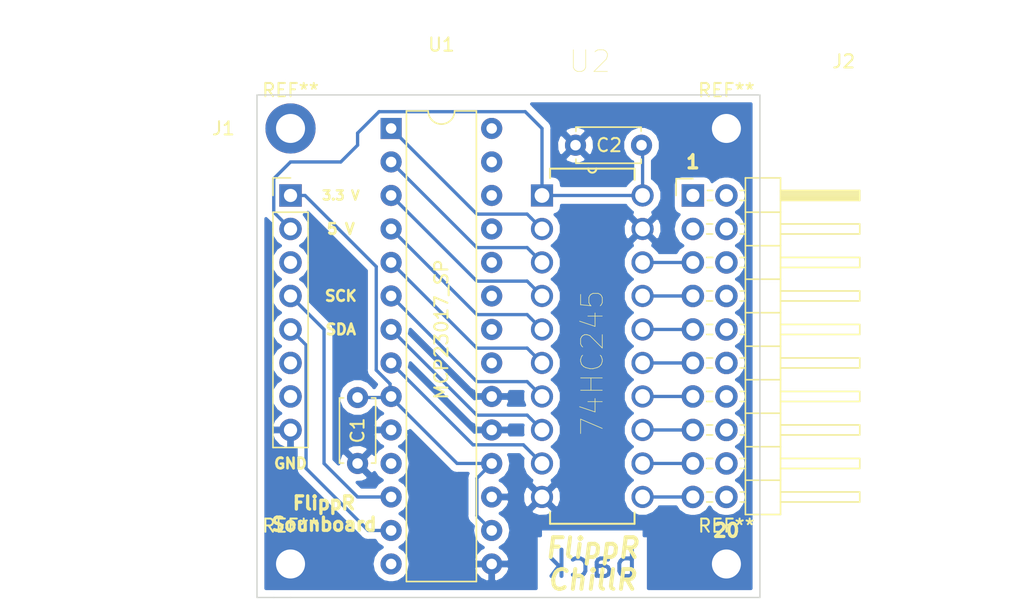
<source format=kicad_pcb>
(kicad_pcb (version 20171130) (host pcbnew 5.0.2-bee76a0~70~ubuntu18.04.1)

  (general
    (thickness 1.6)
    (drawings 18)
    (tracks 75)
    (zones 0)
    (modules 10)
    (nets 47)
  )

  (page A4)
  (layers
    (0 F.Cu signal)
    (31 B.Cu signal)
    (33 F.Adhes user)
    (35 F.Paste user)
    (37 F.SilkS user)
    (39 F.Mask user)
    (40 Dwgs.User user)
    (41 Cmts.User user)
    (42 Eco1.User user)
    (43 Eco2.User user)
    (44 Edge.Cuts user)
    (45 Margin user)
    (46 B.CrtYd user)
    (47 F.CrtYd user)
    (49 F.Fab user)
  )

  (setup
    (last_trace_width 0.25)
    (trace_clearance 0.2)
    (zone_clearance 0.508)
    (zone_45_only no)
    (trace_min 0.2)
    (segment_width 0.2)
    (edge_width 0.1)
    (via_size 0.8)
    (via_drill 0.4)
    (via_min_size 0.4)
    (via_min_drill 0.3)
    (uvia_size 0.3)
    (uvia_drill 0.1)
    (uvias_allowed no)
    (uvia_min_size 0.2)
    (uvia_min_drill 0.1)
    (pcb_text_width 0.3)
    (pcb_text_size 1.5 1.5)
    (mod_edge_width 0.15)
    (mod_text_size 1 1)
    (mod_text_width 0.15)
    (pad_size 1.5 1.5)
    (pad_drill 0.6)
    (pad_to_mask_clearance 0)
    (solder_mask_min_width 0.25)
    (aux_axis_origin 0 0)
    (visible_elements FFFFFF7F)
    (pcbplotparams
      (layerselection 0x010fc_ffffffff)
      (usegerberextensions false)
      (usegerberattributes false)
      (usegerberadvancedattributes false)
      (creategerberjobfile false)
      (excludeedgelayer true)
      (linewidth 0.100000)
      (plotframeref false)
      (viasonmask false)
      (mode 1)
      (useauxorigin false)
      (hpglpennumber 1)
      (hpglpenspeed 20)
      (hpglpendiameter 15.000000)
      (psnegative false)
      (psa4output false)
      (plotreference true)
      (plotvalue true)
      (plotinvisibletext false)
      (padsonsilk false)
      (subtractmaskfromsilk false)
      (outputformat 1)
      (mirror false)
      (drillshape 1)
      (scaleselection 1)
      (outputdirectory ""))
  )

  (net 0 "")
  (net 1 "Net-(U1-Pad1)")
  (net 2 GND)
  (net 3 "Net-(U1-Pad2)")
  (net 4 +3V3)
  (net 5 "Net-(U1-Pad3)")
  (net 6 "Net-(U1-Pad4)")
  (net 7 "Net-(U1-Pad5)")
  (net 8 "Net-(U1-Pad6)")
  (net 9 "Net-(U1-Pad7)")
  (net 10 "Net-(U1-Pad21)")
  (net 11 "Net-(U1-Pad8)")
  (net 12 "Net-(U1-Pad22)")
  (net 13 "Net-(U1-Pad23)")
  (net 14 "Net-(U1-Pad24)")
  (net 15 "Net-(U1-Pad11)")
  (net 16 "Net-(U1-Pad25)")
  (net 17 "Net-(U1-Pad26)")
  (net 18 /SDA)
  (net 19 "Net-(U1-Pad27)")
  (net 20 "Net-(U1-Pad14)")
  (net 21 "Net-(U1-Pad28)")
  (net 22 +5V)
  (net 23 "Net-(J2-Pad6)")
  (net 24 "Net-(J2-Pad8)")
  (net 25 "Net-(J2-Pad10)")
  (net 26 "Net-(J2-Pad12)")
  (net 27 "Net-(J2-Pad14)")
  (net 28 "Net-(J2-Pad16)")
  (net 29 "Net-(J2-Pad18)")
  (net 30 "Net-(J2-Pad20)")
  (net 31 "Net-(J2-Pad1)")
  (net 32 "Net-(J2-Pad2)")
  (net 33 "Net-(J2-Pad3)")
  (net 34 "Net-(J2-Pad4)")
  (net 35 "Net-(J2-Pad5)")
  (net 36 "Net-(J2-Pad7)")
  (net 37 "Net-(J2-Pad9)")
  (net 38 "Net-(J2-Pad11)")
  (net 39 "Net-(J2-Pad13)")
  (net 40 "Net-(J2-Pad17)")
  (net 41 "Net-(J2-Pad19)")
  (net 42 "Net-(J1-Pad3)")
  (net 43 "Net-(J1-Pad6)")
  (net 44 "Net-(J1-Pad7)")
  (net 45 /SCL)
  (net 46 /IRQ)

  (net_class Default "This is the default net class."
    (clearance 0.2)
    (trace_width 0.25)
    (via_dia 0.8)
    (via_drill 0.4)
    (uvia_dia 0.3)
    (uvia_drill 0.1)
    (add_net +3V3)
    (add_net +5V)
    (add_net /IRQ)
    (add_net /SCL)
    (add_net /SDA)
    (add_net GND)
    (add_net "Net-(J1-Pad3)")
    (add_net "Net-(J1-Pad6)")
    (add_net "Net-(J1-Pad7)")
    (add_net "Net-(J2-Pad1)")
    (add_net "Net-(J2-Pad10)")
    (add_net "Net-(J2-Pad11)")
    (add_net "Net-(J2-Pad12)")
    (add_net "Net-(J2-Pad13)")
    (add_net "Net-(J2-Pad14)")
    (add_net "Net-(J2-Pad16)")
    (add_net "Net-(J2-Pad17)")
    (add_net "Net-(J2-Pad18)")
    (add_net "Net-(J2-Pad19)")
    (add_net "Net-(J2-Pad2)")
    (add_net "Net-(J2-Pad20)")
    (add_net "Net-(J2-Pad3)")
    (add_net "Net-(J2-Pad4)")
    (add_net "Net-(J2-Pad5)")
    (add_net "Net-(J2-Pad6)")
    (add_net "Net-(J2-Pad7)")
    (add_net "Net-(J2-Pad8)")
    (add_net "Net-(J2-Pad9)")
    (add_net "Net-(U1-Pad1)")
    (add_net "Net-(U1-Pad11)")
    (add_net "Net-(U1-Pad14)")
    (add_net "Net-(U1-Pad2)")
    (add_net "Net-(U1-Pad21)")
    (add_net "Net-(U1-Pad22)")
    (add_net "Net-(U1-Pad23)")
    (add_net "Net-(U1-Pad24)")
    (add_net "Net-(U1-Pad25)")
    (add_net "Net-(U1-Pad26)")
    (add_net "Net-(U1-Pad27)")
    (add_net "Net-(U1-Pad28)")
    (add_net "Net-(U1-Pad3)")
    (add_net "Net-(U1-Pad4)")
    (add_net "Net-(U1-Pad5)")
    (add_net "Net-(U1-Pad6)")
    (add_net "Net-(U1-Pad7)")
    (add_net "Net-(U1-Pad8)")
  )

  (module Connector_PinHeader_2.54mm:PinHeader_1x08_P2.54mm_Vertical (layer F.Cu) (tedit 59FED5CC) (tstamp 5C5C22AC)
    (at 92.71 44.45)
    (descr "Through hole straight pin header, 1x08, 2.54mm pitch, single row")
    (tags "Through hole pin header THT 1x08 2.54mm single row")
    (path /5C4A1DD0)
    (fp_text reference J1 (at -5.08 -5.08) (layer F.SilkS)
      (effects (font (size 1 1) (thickness 0.15)))
    )
    (fp_text value Conn_01x08_Male (at -15.24 21.59) (layer F.Fab)
      (effects (font (size 1 1) (thickness 0.15)))
    )
    (fp_line (start -0.635 -1.27) (end 1.27 -1.27) (layer F.Fab) (width 0.1))
    (fp_line (start 1.27 -1.27) (end 1.27 19.05) (layer F.Fab) (width 0.1))
    (fp_line (start 1.27 19.05) (end -1.27 19.05) (layer F.Fab) (width 0.1))
    (fp_line (start -1.27 19.05) (end -1.27 -0.635) (layer F.Fab) (width 0.1))
    (fp_line (start -1.27 -0.635) (end -0.635 -1.27) (layer F.Fab) (width 0.1))
    (fp_line (start -1.33 19.11) (end 1.33 19.11) (layer F.SilkS) (width 0.12))
    (fp_line (start -1.33 1.27) (end -1.33 19.11) (layer F.SilkS) (width 0.12))
    (fp_line (start 1.33 1.27) (end 1.33 19.11) (layer F.SilkS) (width 0.12))
    (fp_line (start -1.33 1.27) (end 1.33 1.27) (layer F.SilkS) (width 0.12))
    (fp_line (start -1.33 0) (end -1.33 -1.33) (layer F.SilkS) (width 0.12))
    (fp_line (start -1.33 -1.33) (end 0 -1.33) (layer F.SilkS) (width 0.12))
    (fp_line (start -1.8 -1.8) (end -1.8 19.55) (layer F.CrtYd) (width 0.05))
    (fp_line (start -1.8 19.55) (end 1.8 19.55) (layer F.CrtYd) (width 0.05))
    (fp_line (start 1.8 19.55) (end 1.8 -1.8) (layer F.CrtYd) (width 0.05))
    (fp_line (start 1.8 -1.8) (end -1.8 -1.8) (layer F.CrtYd) (width 0.05))
    (fp_text user %R (at 0 8.89 90) (layer F.Fab)
      (effects (font (size 1 1) (thickness 0.15)))
    )
    (pad 1 thru_hole rect (at 0 0) (size 1.7 1.7) (drill 1) (layers *.Cu *.Mask)
      (net 4 +3V3))
    (pad 2 thru_hole oval (at 0 2.54) (size 1.7 1.7) (drill 1) (layers *.Cu *.Mask)
      (net 22 +5V))
    (pad 3 thru_hole oval (at 0 5.08) (size 1.7 1.7) (drill 1) (layers *.Cu *.Mask)
      (net 42 "Net-(J1-Pad3)"))
    (pad 4 thru_hole oval (at 0 7.62) (size 1.7 1.7) (drill 1) (layers *.Cu *.Mask)
      (net 45 /SCL))
    (pad 5 thru_hole oval (at 0 10.16) (size 1.7 1.7) (drill 1) (layers *.Cu *.Mask)
      (net 18 /SDA))
    (pad 6 thru_hole oval (at 0 12.7) (size 1.7 1.7) (drill 1) (layers *.Cu *.Mask)
      (net 43 "Net-(J1-Pad6)"))
    (pad 7 thru_hole oval (at 0 15.24) (size 1.7 1.7) (drill 1) (layers *.Cu *.Mask)
      (net 44 "Net-(J1-Pad7)"))
    (pad 8 thru_hole oval (at 0 17.78) (size 1.7 1.7) (drill 1) (layers *.Cu *.Mask)
      (net 2 GND))
    (model ${KISYS3DMOD}/Connector_PinHeader_2.54mm.3dshapes/PinHeader_1x08_P2.54mm_Vertical.wrl
      (at (xyz 0 0 0))
      (scale (xyz 1 1 1))
      (rotate (xyz 0 0 0))
    )
  )

  (module Connector_PinHeader_2.54mm:PinHeader_2x10_P2.54mm_Horizontal (layer F.Cu) (tedit 59FED5CB) (tstamp 5C5C2121)
    (at 123.19 44.45)
    (descr "Through hole angled pin header, 2x10, 2.54mm pitch, 6mm pin length, double rows")
    (tags "Through hole angled pin header THT 2x10 2.54mm double row")
    (path /5C4A3D78)
    (fp_text reference J2 (at 11.43 -10.16) (layer F.SilkS)
      (effects (font (size 1 1) (thickness 0.15)))
    )
    (fp_text value Conn_02x10_Odd_Even (at 16.51 29.21) (layer F.Fab)
      (effects (font (size 1 1) (thickness 0.15)))
    )
    (fp_line (start 4.675 -1.27) (end 6.58 -1.27) (layer F.Fab) (width 0.1))
    (fp_line (start 6.58 -1.27) (end 6.58 24.13) (layer F.Fab) (width 0.1))
    (fp_line (start 6.58 24.13) (end 4.04 24.13) (layer F.Fab) (width 0.1))
    (fp_line (start 4.04 24.13) (end 4.04 -0.635) (layer F.Fab) (width 0.1))
    (fp_line (start 4.04 -0.635) (end 4.675 -1.27) (layer F.Fab) (width 0.1))
    (fp_line (start -0.32 -0.32) (end 4.04 -0.32) (layer F.Fab) (width 0.1))
    (fp_line (start -0.32 -0.32) (end -0.32 0.32) (layer F.Fab) (width 0.1))
    (fp_line (start -0.32 0.32) (end 4.04 0.32) (layer F.Fab) (width 0.1))
    (fp_line (start 6.58 -0.32) (end 12.58 -0.32) (layer F.Fab) (width 0.1))
    (fp_line (start 12.58 -0.32) (end 12.58 0.32) (layer F.Fab) (width 0.1))
    (fp_line (start 6.58 0.32) (end 12.58 0.32) (layer F.Fab) (width 0.1))
    (fp_line (start -0.32 2.22) (end 4.04 2.22) (layer F.Fab) (width 0.1))
    (fp_line (start -0.32 2.22) (end -0.32 2.86) (layer F.Fab) (width 0.1))
    (fp_line (start -0.32 2.86) (end 4.04 2.86) (layer F.Fab) (width 0.1))
    (fp_line (start 6.58 2.22) (end 12.58 2.22) (layer F.Fab) (width 0.1))
    (fp_line (start 12.58 2.22) (end 12.58 2.86) (layer F.Fab) (width 0.1))
    (fp_line (start 6.58 2.86) (end 12.58 2.86) (layer F.Fab) (width 0.1))
    (fp_line (start -0.32 4.76) (end 4.04 4.76) (layer F.Fab) (width 0.1))
    (fp_line (start -0.32 4.76) (end -0.32 5.4) (layer F.Fab) (width 0.1))
    (fp_line (start -0.32 5.4) (end 4.04 5.4) (layer F.Fab) (width 0.1))
    (fp_line (start 6.58 4.76) (end 12.58 4.76) (layer F.Fab) (width 0.1))
    (fp_line (start 12.58 4.76) (end 12.58 5.4) (layer F.Fab) (width 0.1))
    (fp_line (start 6.58 5.4) (end 12.58 5.4) (layer F.Fab) (width 0.1))
    (fp_line (start -0.32 7.3) (end 4.04 7.3) (layer F.Fab) (width 0.1))
    (fp_line (start -0.32 7.3) (end -0.32 7.94) (layer F.Fab) (width 0.1))
    (fp_line (start -0.32 7.94) (end 4.04 7.94) (layer F.Fab) (width 0.1))
    (fp_line (start 6.58 7.3) (end 12.58 7.3) (layer F.Fab) (width 0.1))
    (fp_line (start 12.58 7.3) (end 12.58 7.94) (layer F.Fab) (width 0.1))
    (fp_line (start 6.58 7.94) (end 12.58 7.94) (layer F.Fab) (width 0.1))
    (fp_line (start -0.32 9.84) (end 4.04 9.84) (layer F.Fab) (width 0.1))
    (fp_line (start -0.32 9.84) (end -0.32 10.48) (layer F.Fab) (width 0.1))
    (fp_line (start -0.32 10.48) (end 4.04 10.48) (layer F.Fab) (width 0.1))
    (fp_line (start 6.58 9.84) (end 12.58 9.84) (layer F.Fab) (width 0.1))
    (fp_line (start 12.58 9.84) (end 12.58 10.48) (layer F.Fab) (width 0.1))
    (fp_line (start 6.58 10.48) (end 12.58 10.48) (layer F.Fab) (width 0.1))
    (fp_line (start -0.32 12.38) (end 4.04 12.38) (layer F.Fab) (width 0.1))
    (fp_line (start -0.32 12.38) (end -0.32 13.02) (layer F.Fab) (width 0.1))
    (fp_line (start -0.32 13.02) (end 4.04 13.02) (layer F.Fab) (width 0.1))
    (fp_line (start 6.58 12.38) (end 12.58 12.38) (layer F.Fab) (width 0.1))
    (fp_line (start 12.58 12.38) (end 12.58 13.02) (layer F.Fab) (width 0.1))
    (fp_line (start 6.58 13.02) (end 12.58 13.02) (layer F.Fab) (width 0.1))
    (fp_line (start -0.32 14.92) (end 4.04 14.92) (layer F.Fab) (width 0.1))
    (fp_line (start -0.32 14.92) (end -0.32 15.56) (layer F.Fab) (width 0.1))
    (fp_line (start -0.32 15.56) (end 4.04 15.56) (layer F.Fab) (width 0.1))
    (fp_line (start 6.58 14.92) (end 12.58 14.92) (layer F.Fab) (width 0.1))
    (fp_line (start 12.58 14.92) (end 12.58 15.56) (layer F.Fab) (width 0.1))
    (fp_line (start 6.58 15.56) (end 12.58 15.56) (layer F.Fab) (width 0.1))
    (fp_line (start -0.32 17.46) (end 4.04 17.46) (layer F.Fab) (width 0.1))
    (fp_line (start -0.32 17.46) (end -0.32 18.1) (layer F.Fab) (width 0.1))
    (fp_line (start -0.32 18.1) (end 4.04 18.1) (layer F.Fab) (width 0.1))
    (fp_line (start 6.58 17.46) (end 12.58 17.46) (layer F.Fab) (width 0.1))
    (fp_line (start 12.58 17.46) (end 12.58 18.1) (layer F.Fab) (width 0.1))
    (fp_line (start 6.58 18.1) (end 12.58 18.1) (layer F.Fab) (width 0.1))
    (fp_line (start -0.32 20) (end 4.04 20) (layer F.Fab) (width 0.1))
    (fp_line (start -0.32 20) (end -0.32 20.64) (layer F.Fab) (width 0.1))
    (fp_line (start -0.32 20.64) (end 4.04 20.64) (layer F.Fab) (width 0.1))
    (fp_line (start 6.58 20) (end 12.58 20) (layer F.Fab) (width 0.1))
    (fp_line (start 12.58 20) (end 12.58 20.64) (layer F.Fab) (width 0.1))
    (fp_line (start 6.58 20.64) (end 12.58 20.64) (layer F.Fab) (width 0.1))
    (fp_line (start -0.32 22.54) (end 4.04 22.54) (layer F.Fab) (width 0.1))
    (fp_line (start -0.32 22.54) (end -0.32 23.18) (layer F.Fab) (width 0.1))
    (fp_line (start -0.32 23.18) (end 4.04 23.18) (layer F.Fab) (width 0.1))
    (fp_line (start 6.58 22.54) (end 12.58 22.54) (layer F.Fab) (width 0.1))
    (fp_line (start 12.58 22.54) (end 12.58 23.18) (layer F.Fab) (width 0.1))
    (fp_line (start 6.58 23.18) (end 12.58 23.18) (layer F.Fab) (width 0.1))
    (fp_line (start 3.98 -1.33) (end 3.98 24.19) (layer F.SilkS) (width 0.12))
    (fp_line (start 3.98 24.19) (end 6.64 24.19) (layer F.SilkS) (width 0.12))
    (fp_line (start 6.64 24.19) (end 6.64 -1.33) (layer F.SilkS) (width 0.12))
    (fp_line (start 6.64 -1.33) (end 3.98 -1.33) (layer F.SilkS) (width 0.12))
    (fp_line (start 6.64 -0.38) (end 12.64 -0.38) (layer F.SilkS) (width 0.12))
    (fp_line (start 12.64 -0.38) (end 12.64 0.38) (layer F.SilkS) (width 0.12))
    (fp_line (start 12.64 0.38) (end 6.64 0.38) (layer F.SilkS) (width 0.12))
    (fp_line (start 6.64 -0.32) (end 12.64 -0.32) (layer F.SilkS) (width 0.12))
    (fp_line (start 6.64 -0.2) (end 12.64 -0.2) (layer F.SilkS) (width 0.12))
    (fp_line (start 6.64 -0.08) (end 12.64 -0.08) (layer F.SilkS) (width 0.12))
    (fp_line (start 6.64 0.04) (end 12.64 0.04) (layer F.SilkS) (width 0.12))
    (fp_line (start 6.64 0.16) (end 12.64 0.16) (layer F.SilkS) (width 0.12))
    (fp_line (start 6.64 0.28) (end 12.64 0.28) (layer F.SilkS) (width 0.12))
    (fp_line (start 3.582929 -0.38) (end 3.98 -0.38) (layer F.SilkS) (width 0.12))
    (fp_line (start 3.582929 0.38) (end 3.98 0.38) (layer F.SilkS) (width 0.12))
    (fp_line (start 1.11 -0.38) (end 1.497071 -0.38) (layer F.SilkS) (width 0.12))
    (fp_line (start 1.11 0.38) (end 1.497071 0.38) (layer F.SilkS) (width 0.12))
    (fp_line (start 3.98 1.27) (end 6.64 1.27) (layer F.SilkS) (width 0.12))
    (fp_line (start 6.64 2.16) (end 12.64 2.16) (layer F.SilkS) (width 0.12))
    (fp_line (start 12.64 2.16) (end 12.64 2.92) (layer F.SilkS) (width 0.12))
    (fp_line (start 12.64 2.92) (end 6.64 2.92) (layer F.SilkS) (width 0.12))
    (fp_line (start 3.582929 2.16) (end 3.98 2.16) (layer F.SilkS) (width 0.12))
    (fp_line (start 3.582929 2.92) (end 3.98 2.92) (layer F.SilkS) (width 0.12))
    (fp_line (start 1.042929 2.16) (end 1.497071 2.16) (layer F.SilkS) (width 0.12))
    (fp_line (start 1.042929 2.92) (end 1.497071 2.92) (layer F.SilkS) (width 0.12))
    (fp_line (start 3.98 3.81) (end 6.64 3.81) (layer F.SilkS) (width 0.12))
    (fp_line (start 6.64 4.7) (end 12.64 4.7) (layer F.SilkS) (width 0.12))
    (fp_line (start 12.64 4.7) (end 12.64 5.46) (layer F.SilkS) (width 0.12))
    (fp_line (start 12.64 5.46) (end 6.64 5.46) (layer F.SilkS) (width 0.12))
    (fp_line (start 3.582929 4.7) (end 3.98 4.7) (layer F.SilkS) (width 0.12))
    (fp_line (start 3.582929 5.46) (end 3.98 5.46) (layer F.SilkS) (width 0.12))
    (fp_line (start 1.042929 4.7) (end 1.497071 4.7) (layer F.SilkS) (width 0.12))
    (fp_line (start 1.042929 5.46) (end 1.497071 5.46) (layer F.SilkS) (width 0.12))
    (fp_line (start 3.98 6.35) (end 6.64 6.35) (layer F.SilkS) (width 0.12))
    (fp_line (start 6.64 7.24) (end 12.64 7.24) (layer F.SilkS) (width 0.12))
    (fp_line (start 12.64 7.24) (end 12.64 8) (layer F.SilkS) (width 0.12))
    (fp_line (start 12.64 8) (end 6.64 8) (layer F.SilkS) (width 0.12))
    (fp_line (start 3.582929 7.24) (end 3.98 7.24) (layer F.SilkS) (width 0.12))
    (fp_line (start 3.582929 8) (end 3.98 8) (layer F.SilkS) (width 0.12))
    (fp_line (start 1.042929 7.24) (end 1.497071 7.24) (layer F.SilkS) (width 0.12))
    (fp_line (start 1.042929 8) (end 1.497071 8) (layer F.SilkS) (width 0.12))
    (fp_line (start 3.98 8.89) (end 6.64 8.89) (layer F.SilkS) (width 0.12))
    (fp_line (start 6.64 9.78) (end 12.64 9.78) (layer F.SilkS) (width 0.12))
    (fp_line (start 12.64 9.78) (end 12.64 10.54) (layer F.SilkS) (width 0.12))
    (fp_line (start 12.64 10.54) (end 6.64 10.54) (layer F.SilkS) (width 0.12))
    (fp_line (start 3.582929 9.78) (end 3.98 9.78) (layer F.SilkS) (width 0.12))
    (fp_line (start 3.582929 10.54) (end 3.98 10.54) (layer F.SilkS) (width 0.12))
    (fp_line (start 1.042929 9.78) (end 1.497071 9.78) (layer F.SilkS) (width 0.12))
    (fp_line (start 1.042929 10.54) (end 1.497071 10.54) (layer F.SilkS) (width 0.12))
    (fp_line (start 3.98 11.43) (end 6.64 11.43) (layer F.SilkS) (width 0.12))
    (fp_line (start 6.64 12.32) (end 12.64 12.32) (layer F.SilkS) (width 0.12))
    (fp_line (start 12.64 12.32) (end 12.64 13.08) (layer F.SilkS) (width 0.12))
    (fp_line (start 12.64 13.08) (end 6.64 13.08) (layer F.SilkS) (width 0.12))
    (fp_line (start 3.582929 12.32) (end 3.98 12.32) (layer F.SilkS) (width 0.12))
    (fp_line (start 3.582929 13.08) (end 3.98 13.08) (layer F.SilkS) (width 0.12))
    (fp_line (start 1.042929 12.32) (end 1.497071 12.32) (layer F.SilkS) (width 0.12))
    (fp_line (start 1.042929 13.08) (end 1.497071 13.08) (layer F.SilkS) (width 0.12))
    (fp_line (start 3.98 13.97) (end 6.64 13.97) (layer F.SilkS) (width 0.12))
    (fp_line (start 6.64 14.86) (end 12.64 14.86) (layer F.SilkS) (width 0.12))
    (fp_line (start 12.64 14.86) (end 12.64 15.62) (layer F.SilkS) (width 0.12))
    (fp_line (start 12.64 15.62) (end 6.64 15.62) (layer F.SilkS) (width 0.12))
    (fp_line (start 3.582929 14.86) (end 3.98 14.86) (layer F.SilkS) (width 0.12))
    (fp_line (start 3.582929 15.62) (end 3.98 15.62) (layer F.SilkS) (width 0.12))
    (fp_line (start 1.042929 14.86) (end 1.497071 14.86) (layer F.SilkS) (width 0.12))
    (fp_line (start 1.042929 15.62) (end 1.497071 15.62) (layer F.SilkS) (width 0.12))
    (fp_line (start 3.98 16.51) (end 6.64 16.51) (layer F.SilkS) (width 0.12))
    (fp_line (start 6.64 17.4) (end 12.64 17.4) (layer F.SilkS) (width 0.12))
    (fp_line (start 12.64 17.4) (end 12.64 18.16) (layer F.SilkS) (width 0.12))
    (fp_line (start 12.64 18.16) (end 6.64 18.16) (layer F.SilkS) (width 0.12))
    (fp_line (start 3.582929 17.4) (end 3.98 17.4) (layer F.SilkS) (width 0.12))
    (fp_line (start 3.582929 18.16) (end 3.98 18.16) (layer F.SilkS) (width 0.12))
    (fp_line (start 1.042929 17.4) (end 1.497071 17.4) (layer F.SilkS) (width 0.12))
    (fp_line (start 1.042929 18.16) (end 1.497071 18.16) (layer F.SilkS) (width 0.12))
    (fp_line (start 3.98 19.05) (end 6.64 19.05) (layer F.SilkS) (width 0.12))
    (fp_line (start 6.64 19.94) (end 12.64 19.94) (layer F.SilkS) (width 0.12))
    (fp_line (start 12.64 19.94) (end 12.64 20.7) (layer F.SilkS) (width 0.12))
    (fp_line (start 12.64 20.7) (end 6.64 20.7) (layer F.SilkS) (width 0.12))
    (fp_line (start 3.582929 19.94) (end 3.98 19.94) (layer F.SilkS) (width 0.12))
    (fp_line (start 3.582929 20.7) (end 3.98 20.7) (layer F.SilkS) (width 0.12))
    (fp_line (start 1.042929 19.94) (end 1.497071 19.94) (layer F.SilkS) (width 0.12))
    (fp_line (start 1.042929 20.7) (end 1.497071 20.7) (layer F.SilkS) (width 0.12))
    (fp_line (start 3.98 21.59) (end 6.64 21.59) (layer F.SilkS) (width 0.12))
    (fp_line (start 6.64 22.48) (end 12.64 22.48) (layer F.SilkS) (width 0.12))
    (fp_line (start 12.64 22.48) (end 12.64 23.24) (layer F.SilkS) (width 0.12))
    (fp_line (start 12.64 23.24) (end 6.64 23.24) (layer F.SilkS) (width 0.12))
    (fp_line (start 3.582929 22.48) (end 3.98 22.48) (layer F.SilkS) (width 0.12))
    (fp_line (start 3.582929 23.24) (end 3.98 23.24) (layer F.SilkS) (width 0.12))
    (fp_line (start 1.042929 22.48) (end 1.497071 22.48) (layer F.SilkS) (width 0.12))
    (fp_line (start 1.042929 23.24) (end 1.497071 23.24) (layer F.SilkS) (width 0.12))
    (fp_line (start -1.27 0) (end -1.27 -1.27) (layer F.SilkS) (width 0.12))
    (fp_line (start -1.27 -1.27) (end 0 -1.27) (layer F.SilkS) (width 0.12))
    (fp_line (start -1.8 -1.8) (end -1.8 24.65) (layer F.CrtYd) (width 0.05))
    (fp_line (start -1.8 24.65) (end 13.1 24.65) (layer F.CrtYd) (width 0.05))
    (fp_line (start 13.1 24.65) (end 13.1 -1.8) (layer F.CrtYd) (width 0.05))
    (fp_line (start 13.1 -1.8) (end -1.8 -1.8) (layer F.CrtYd) (width 0.05))
    (fp_text user %R (at 5.31 11.43 90) (layer F.Fab)
      (effects (font (size 1 1) (thickness 0.15)))
    )
    (pad 1 thru_hole rect (at 0 0) (size 1.7 1.7) (drill 1) (layers *.Cu *.Mask)
      (net 31 "Net-(J2-Pad1)"))
    (pad 2 thru_hole oval (at 2.54 0) (size 1.7 1.7) (drill 1) (layers *.Cu *.Mask)
      (net 32 "Net-(J2-Pad2)"))
    (pad 3 thru_hole oval (at 0 2.54) (size 1.7 1.7) (drill 1) (layers *.Cu *.Mask)
      (net 33 "Net-(J2-Pad3)"))
    (pad 4 thru_hole oval (at 2.54 2.54) (size 1.7 1.7) (drill 1) (layers *.Cu *.Mask)
      (net 34 "Net-(J2-Pad4)"))
    (pad 5 thru_hole oval (at 0 5.08) (size 1.7 1.7) (drill 1) (layers *.Cu *.Mask)
      (net 35 "Net-(J2-Pad5)"))
    (pad 6 thru_hole oval (at 2.54 5.08) (size 1.7 1.7) (drill 1) (layers *.Cu *.Mask)
      (net 23 "Net-(J2-Pad6)"))
    (pad 7 thru_hole oval (at 0 7.62) (size 1.7 1.7) (drill 1) (layers *.Cu *.Mask)
      (net 36 "Net-(J2-Pad7)"))
    (pad 8 thru_hole oval (at 2.54 7.62) (size 1.7 1.7) (drill 1) (layers *.Cu *.Mask)
      (net 24 "Net-(J2-Pad8)"))
    (pad 9 thru_hole oval (at 0 10.16) (size 1.7 1.7) (drill 1) (layers *.Cu *.Mask)
      (net 37 "Net-(J2-Pad9)"))
    (pad 10 thru_hole oval (at 2.54 10.16) (size 1.7 1.7) (drill 1) (layers *.Cu *.Mask)
      (net 25 "Net-(J2-Pad10)"))
    (pad 11 thru_hole oval (at 0 12.7) (size 1.7 1.7) (drill 1) (layers *.Cu *.Mask)
      (net 38 "Net-(J2-Pad11)"))
    (pad 12 thru_hole oval (at 2.54 12.7) (size 1.7 1.7) (drill 1) (layers *.Cu *.Mask)
      (net 26 "Net-(J2-Pad12)"))
    (pad 13 thru_hole oval (at 0 15.24) (size 1.7 1.7) (drill 1) (layers *.Cu *.Mask)
      (net 39 "Net-(J2-Pad13)"))
    (pad 14 thru_hole oval (at 2.54 15.24) (size 1.7 1.7) (drill 1) (layers *.Cu *.Mask)
      (net 27 "Net-(J2-Pad14)"))
    (pad 15 thru_hole oval (at 0 17.78) (size 1.7 1.7) (drill 1) (layers *.Cu *.Mask)
      (net 46 /IRQ))
    (pad 16 thru_hole oval (at 2.54 17.78) (size 1.7 1.7) (drill 1) (layers *.Cu *.Mask)
      (net 28 "Net-(J2-Pad16)"))
    (pad 17 thru_hole oval (at 0 20.32) (size 1.7 1.7) (drill 1) (layers *.Cu *.Mask)
      (net 40 "Net-(J2-Pad17)"))
    (pad 18 thru_hole oval (at 2.54 20.32) (size 1.7 1.7) (drill 1) (layers *.Cu *.Mask)
      (net 29 "Net-(J2-Pad18)"))
    (pad 19 thru_hole oval (at 0 22.86) (size 1.7 1.7) (drill 1) (layers *.Cu *.Mask)
      (net 41 "Net-(J2-Pad19)"))
    (pad 20 thru_hole oval (at 2.54 22.86) (size 1.7 1.7) (drill 1) (layers *.Cu *.Mask)
      (net 30 "Net-(J2-Pad20)"))
    (model ${KISYS3DMOD}/Connector_PinHeader_2.54mm.3dshapes/PinHeader_2x10_P2.54mm_Horizontal.wrl
      (at (xyz 0 0 0))
      (scale (xyz 1 1 1))
      (rotate (xyz 0 0 0))
    )
  )

  (module Package_DIP:DIP-28_W7.62mm (layer F.Cu) (tedit 5C5C0B3C) (tstamp 5C5C200B)
    (at 100.33 39.37)
    (descr "28-lead though-hole mounted DIP package, row spacing 7.62 mm (300 mils)")
    (tags "THT DIP DIL PDIP 2.54mm 7.62mm 300mil")
    (path /5C4A2167)
    (fp_text reference U1 (at 3.81 -6.35) (layer F.SilkS)
      (effects (font (size 1 1) (thickness 0.15)))
    )
    (fp_text value MCP23017_SP (at 3.81 15.24 90) (layer F.SilkS)
      (effects (font (size 1 1) (thickness 0.15)))
    )
    (fp_arc (start 3.81 -1.33) (end 2.81 -1.33) (angle -180) (layer F.SilkS) (width 0.12))
    (fp_line (start 1.635 -1.27) (end 6.985 -1.27) (layer F.Fab) (width 0.1))
    (fp_line (start 6.985 -1.27) (end 6.985 34.29) (layer F.Fab) (width 0.1))
    (fp_line (start 6.985 34.29) (end 0.635 34.29) (layer F.Fab) (width 0.1))
    (fp_line (start 0.635 34.29) (end 0.635 -0.27) (layer F.Fab) (width 0.1))
    (fp_line (start 0.635 -0.27) (end 1.635 -1.27) (layer F.Fab) (width 0.1))
    (fp_line (start 2.81 -1.33) (end 1.16 -1.33) (layer F.SilkS) (width 0.12))
    (fp_line (start 1.16 -1.33) (end 1.16 34.35) (layer F.SilkS) (width 0.12))
    (fp_line (start 1.16 34.35) (end 6.46 34.35) (layer F.SilkS) (width 0.12))
    (fp_line (start 6.46 34.35) (end 6.46 -1.33) (layer F.SilkS) (width 0.12))
    (fp_line (start 6.46 -1.33) (end 4.81 -1.33) (layer F.SilkS) (width 0.12))
    (fp_line (start -1.1 -1.55) (end -1.1 34.55) (layer F.CrtYd) (width 0.05))
    (fp_line (start -1.1 34.55) (end 8.7 34.55) (layer F.CrtYd) (width 0.05))
    (fp_line (start 8.7 34.55) (end 8.7 -1.55) (layer F.CrtYd) (width 0.05))
    (fp_line (start 8.7 -1.55) (end -1.1 -1.55) (layer F.CrtYd) (width 0.05))
    (fp_text user %R (at -5.08 -8.89) (layer F.Fab)
      (effects (font (size 1 1) (thickness 0.15)))
    )
    (pad 1 thru_hole rect (at 0 0) (size 1.6 1.6) (drill 0.8) (layers *.Cu *.Mask)
      (net 1 "Net-(U1-Pad1)"))
    (pad 15 thru_hole oval (at 7.62 33.02) (size 1.6 1.6) (drill 0.8) (layers *.Cu *.Mask)
      (net 2 GND))
    (pad 2 thru_hole oval (at 0 2.54) (size 1.6 1.6) (drill 0.8) (layers *.Cu *.Mask)
      (net 3 "Net-(U1-Pad2)"))
    (pad 16 thru_hole oval (at 7.62 30.48) (size 1.6 1.6) (drill 0.8) (layers *.Cu *.Mask)
      (net 4 +3V3))
    (pad 3 thru_hole oval (at 0 5.08) (size 1.6 1.6) (drill 0.8) (layers *.Cu *.Mask)
      (net 5 "Net-(U1-Pad3)"))
    (pad 17 thru_hole oval (at 7.62 27.94) (size 1.6 1.6) (drill 0.8) (layers *.Cu *.Mask)
      (net 2 GND))
    (pad 4 thru_hole oval (at 0 7.62) (size 1.6 1.6) (drill 0.8) (layers *.Cu *.Mask)
      (net 6 "Net-(U1-Pad4)"))
    (pad 18 thru_hole oval (at 7.62 25.4) (size 1.6 1.6) (drill 0.8) (layers *.Cu *.Mask)
      (net 4 +3V3))
    (pad 5 thru_hole oval (at 0 10.16) (size 1.6 1.6) (drill 0.8) (layers *.Cu *.Mask)
      (net 7 "Net-(U1-Pad5)"))
    (pad 19 thru_hole oval (at 7.62 22.86) (size 1.6 1.6) (drill 0.8) (layers *.Cu *.Mask)
      (net 2 GND))
    (pad 6 thru_hole oval (at 0 12.7) (size 1.6 1.6) (drill 0.8) (layers *.Cu *.Mask)
      (net 8 "Net-(U1-Pad6)"))
    (pad 20 thru_hole oval (at 7.62 20.32) (size 1.6 1.6) (drill 0.8) (layers *.Cu *.Mask)
      (net 2 GND))
    (pad 7 thru_hole oval (at 0 15.24) (size 1.6 1.6) (drill 0.8) (layers *.Cu *.Mask)
      (net 9 "Net-(U1-Pad7)"))
    (pad 21 thru_hole oval (at 7.62 17.78) (size 1.6 1.6) (drill 0.8) (layers *.Cu *.Mask)
      (net 10 "Net-(U1-Pad21)"))
    (pad 8 thru_hole oval (at 0 17.78) (size 1.6 1.6) (drill 0.8) (layers *.Cu *.Mask)
      (net 11 "Net-(U1-Pad8)"))
    (pad 22 thru_hole oval (at 7.62 15.24) (size 1.6 1.6) (drill 0.8) (layers *.Cu *.Mask)
      (net 12 "Net-(U1-Pad22)"))
    (pad 9 thru_hole oval (at 0 20.32) (size 1.6 1.6) (drill 0.8) (layers *.Cu *.Mask)
      (net 4 +3V3))
    (pad 23 thru_hole oval (at 7.62 12.7) (size 1.6 1.6) (drill 0.8) (layers *.Cu *.Mask)
      (net 13 "Net-(U1-Pad23)"))
    (pad 10 thru_hole oval (at 0 22.86) (size 1.6 1.6) (drill 0.8) (layers *.Cu *.Mask)
      (net 2 GND))
    (pad 24 thru_hole oval (at 7.62 10.16) (size 1.6 1.6) (drill 0.8) (layers *.Cu *.Mask)
      (net 14 "Net-(U1-Pad24)"))
    (pad 11 thru_hole oval (at 0 25.4) (size 1.6 1.6) (drill 0.8) (layers *.Cu *.Mask)
      (net 15 "Net-(U1-Pad11)"))
    (pad 25 thru_hole oval (at 7.62 7.62) (size 1.6 1.6) (drill 0.8) (layers *.Cu *.Mask)
      (net 16 "Net-(U1-Pad25)"))
    (pad 12 thru_hole oval (at 0 27.94) (size 1.6 1.6) (drill 0.8) (layers *.Cu *.Mask)
      (net 45 /SCL))
    (pad 26 thru_hole oval (at 7.62 5.08) (size 1.6 1.6) (drill 0.8) (layers *.Cu *.Mask)
      (net 17 "Net-(U1-Pad26)"))
    (pad 13 thru_hole oval (at 0 30.48) (size 1.6 1.6) (drill 0.8) (layers *.Cu *.Mask)
      (net 18 /SDA))
    (pad 27 thru_hole oval (at 7.62 2.54) (size 1.6 1.6) (drill 0.8) (layers *.Cu *.Mask)
      (net 19 "Net-(U1-Pad27)"))
    (pad 14 thru_hole oval (at 0 33.02) (size 1.6 1.6) (drill 0.8) (layers *.Cu *.Mask)
      (net 20 "Net-(U1-Pad14)"))
    (pad 28 thru_hole oval (at 7.62 0) (size 1.6 1.6) (drill 0.8) (layers *.Cu *.Mask)
      (net 21 "Net-(U1-Pad28)"))
    (model ${KISYS3DMOD}/Package_DIP.3dshapes/DIP-28_W7.62mm.wrl
      (at (xyz 0 0 0))
      (scale (xyz 1 1 1))
      (rotate (xyz 0 0 0))
    )
  )

  (module 74HCT245N:DIP254P762X420-20 (layer F.Cu) (tedit 0) (tstamp 5C5C1EEE)
    (at 119.38 67.31)
    (path /5C4A240D)
    (fp_text reference U2 (at -3.99482 -33.02) (layer F.SilkS)
      (effects (font (size 1.64289 1.64289) (thickness 0.05)))
    )
    (fp_text value 74HC245 (at -3.81 -10.16 90) (layer F.SilkS)
      (effects (font (size 1.6412 1.6412) (thickness 0.05)))
    )
    (fp_line (start -0.6096 -24.0284) (end -0.6096 -24.892) (layer F.SilkS) (width 0.1524))
    (fp_line (start -7.0104 2.032) (end -0.6096 2.032) (layer F.SilkS) (width 0.1524))
    (fp_line (start -0.6096 2.032) (end -0.6096 1.1684) (layer F.SilkS) (width 0.1524))
    (fp_line (start -0.6096 -24.892) (end -3.5052 -24.892) (layer F.SilkS) (width 0.1524))
    (fp_line (start -3.5052 -24.892) (end -4.1148 -24.892) (layer F.SilkS) (width 0.1524))
    (fp_line (start -4.1148 -24.892) (end -7.0104 -24.892) (layer F.SilkS) (width 0.1524))
    (fp_line (start -7.0104 -24.892) (end -7.0104 -24.1808) (layer F.SilkS) (width 0.1524))
    (fp_line (start -7.0104 1.1684) (end -7.0104 2.032) (layer F.SilkS) (width 0.1524))
    (fp_arc (start -3.81 -24.892) (end -4.1148 -24.892) (angle -180) (layer F.SilkS) (width 0.1524))
    (fp_line (start -7.0104 -22.3012) (end -7.0104 -23.4188) (layer Dwgs.User) (width 0.1))
    (fp_line (start -7.0104 -23.4188) (end -8.1788 -23.4188) (layer Dwgs.User) (width 0.1))
    (fp_line (start -8.1788 -23.4188) (end -8.1788 -22.3012) (layer Dwgs.User) (width 0.1))
    (fp_line (start -8.1788 -22.3012) (end -7.0104 -22.3012) (layer Dwgs.User) (width 0.1))
    (fp_line (start -7.0104 -19.7612) (end -7.0104 -20.8788) (layer Dwgs.User) (width 0.1))
    (fp_line (start -7.0104 -20.8788) (end -8.1788 -20.8788) (layer Dwgs.User) (width 0.1))
    (fp_line (start -8.1788 -20.8788) (end -8.1788 -19.7612) (layer Dwgs.User) (width 0.1))
    (fp_line (start -8.1788 -19.7612) (end -7.0104 -19.7612) (layer Dwgs.User) (width 0.1))
    (fp_line (start -7.0104 -17.2212) (end -7.0104 -18.3388) (layer Dwgs.User) (width 0.1))
    (fp_line (start -7.0104 -18.3388) (end -8.1788 -18.3388) (layer Dwgs.User) (width 0.1))
    (fp_line (start -8.1788 -18.3388) (end -8.1788 -17.2212) (layer Dwgs.User) (width 0.1))
    (fp_line (start -8.1788 -17.2212) (end -7.0104 -17.2212) (layer Dwgs.User) (width 0.1))
    (fp_line (start -7.0104 -14.6812) (end -7.0104 -15.7988) (layer Dwgs.User) (width 0.1))
    (fp_line (start -7.0104 -15.7988) (end -8.1788 -15.7988) (layer Dwgs.User) (width 0.1))
    (fp_line (start -8.1788 -15.7988) (end -8.1788 -14.6812) (layer Dwgs.User) (width 0.1))
    (fp_line (start -8.1788 -14.6812) (end -7.0104 -14.6812) (layer Dwgs.User) (width 0.1))
    (fp_line (start -7.0104 -12.1412) (end -7.0104 -13.2588) (layer Dwgs.User) (width 0.1))
    (fp_line (start -7.0104 -13.2588) (end -8.1788 -13.2588) (layer Dwgs.User) (width 0.1))
    (fp_line (start -8.1788 -13.2588) (end -8.1788 -12.1412) (layer Dwgs.User) (width 0.1))
    (fp_line (start -8.1788 -12.1412) (end -7.0104 -12.1412) (layer Dwgs.User) (width 0.1))
    (fp_line (start -7.0104 -9.6012) (end -7.0104 -10.7188) (layer Dwgs.User) (width 0.1))
    (fp_line (start -7.0104 -10.7188) (end -8.1788 -10.7188) (layer Dwgs.User) (width 0.1))
    (fp_line (start -8.1788 -10.7188) (end -8.1788 -9.6012) (layer Dwgs.User) (width 0.1))
    (fp_line (start -8.1788 -9.6012) (end -7.0104 -9.6012) (layer Dwgs.User) (width 0.1))
    (fp_line (start -7.0104 -7.0612) (end -7.0104 -8.1788) (layer Dwgs.User) (width 0.1))
    (fp_line (start -7.0104 -8.1788) (end -8.1788 -8.1788) (layer Dwgs.User) (width 0.1))
    (fp_line (start -8.1788 -8.1788) (end -8.1788 -7.0612) (layer Dwgs.User) (width 0.1))
    (fp_line (start -8.1788 -7.0612) (end -7.0104 -7.0612) (layer Dwgs.User) (width 0.1))
    (fp_line (start -7.0104 -4.5212) (end -7.0104 -5.6388) (layer Dwgs.User) (width 0.1))
    (fp_line (start -7.0104 -5.6388) (end -8.1788 -5.6388) (layer Dwgs.User) (width 0.1))
    (fp_line (start -8.1788 -5.6388) (end -8.1788 -4.5212) (layer Dwgs.User) (width 0.1))
    (fp_line (start -8.1788 -4.5212) (end -7.0104 -4.5212) (layer Dwgs.User) (width 0.1))
    (fp_line (start -7.0104 -1.9812) (end -7.0104 -3.0988) (layer Dwgs.User) (width 0.1))
    (fp_line (start -7.0104 -3.0988) (end -8.1788 -3.0988) (layer Dwgs.User) (width 0.1))
    (fp_line (start -8.1788 -3.0988) (end -8.1788 -1.9812) (layer Dwgs.User) (width 0.1))
    (fp_line (start -8.1788 -1.9812) (end -7.0104 -1.9812) (layer Dwgs.User) (width 0.1))
    (fp_line (start -7.0104 0.5588) (end -7.0104 -0.5588) (layer Dwgs.User) (width 0.1))
    (fp_line (start -7.0104 -0.5588) (end -8.1788 -0.5588) (layer Dwgs.User) (width 0.1))
    (fp_line (start -8.1788 -0.5588) (end -8.1788 0.5588) (layer Dwgs.User) (width 0.1))
    (fp_line (start -8.1788 0.5588) (end -7.0104 0.5588) (layer Dwgs.User) (width 0.1))
    (fp_line (start -0.6096 -0.5588) (end -0.6096 0.5588) (layer Dwgs.User) (width 0.1))
    (fp_line (start -0.6096 0.5588) (end 0.5588 0.5588) (layer Dwgs.User) (width 0.1))
    (fp_line (start 0.5588 0.5588) (end 0.5588 -0.5588) (layer Dwgs.User) (width 0.1))
    (fp_line (start 0.5588 -0.5588) (end -0.6096 -0.5588) (layer Dwgs.User) (width 0.1))
    (fp_line (start -0.6096 -3.0988) (end -0.6096 -1.9812) (layer Dwgs.User) (width 0.1))
    (fp_line (start -0.6096 -1.9812) (end 0.5588 -1.9812) (layer Dwgs.User) (width 0.1))
    (fp_line (start 0.5588 -1.9812) (end 0.5588 -3.0988) (layer Dwgs.User) (width 0.1))
    (fp_line (start 0.5588 -3.0988) (end -0.6096 -3.0988) (layer Dwgs.User) (width 0.1))
    (fp_line (start -0.6096 -5.6388) (end -0.6096 -4.5212) (layer Dwgs.User) (width 0.1))
    (fp_line (start -0.6096 -4.5212) (end 0.5588 -4.5212) (layer Dwgs.User) (width 0.1))
    (fp_line (start 0.5588 -4.5212) (end 0.5588 -5.6388) (layer Dwgs.User) (width 0.1))
    (fp_line (start 0.5588 -5.6388) (end -0.6096 -5.6388) (layer Dwgs.User) (width 0.1))
    (fp_line (start -0.6096 -8.1788) (end -0.6096 -7.0612) (layer Dwgs.User) (width 0.1))
    (fp_line (start -0.6096 -7.0612) (end 0.5588 -7.0612) (layer Dwgs.User) (width 0.1))
    (fp_line (start 0.5588 -7.0612) (end 0.5588 -8.1788) (layer Dwgs.User) (width 0.1))
    (fp_line (start 0.5588 -8.1788) (end -0.6096 -8.1788) (layer Dwgs.User) (width 0.1))
    (fp_line (start -0.6096 -10.7188) (end -0.6096 -9.6012) (layer Dwgs.User) (width 0.1))
    (fp_line (start -0.6096 -9.6012) (end 0.5588 -9.6012) (layer Dwgs.User) (width 0.1))
    (fp_line (start 0.5588 -9.6012) (end 0.5588 -10.7188) (layer Dwgs.User) (width 0.1))
    (fp_line (start 0.5588 -10.7188) (end -0.6096 -10.7188) (layer Dwgs.User) (width 0.1))
    (fp_line (start -0.6096 -13.2588) (end -0.6096 -12.1412) (layer Dwgs.User) (width 0.1))
    (fp_line (start -0.6096 -12.1412) (end 0.5588 -12.1412) (layer Dwgs.User) (width 0.1))
    (fp_line (start 0.5588 -12.1412) (end 0.5588 -13.2588) (layer Dwgs.User) (width 0.1))
    (fp_line (start 0.5588 -13.2588) (end -0.6096 -13.2588) (layer Dwgs.User) (width 0.1))
    (fp_line (start -0.6096 -15.7988) (end -0.6096 -14.6812) (layer Dwgs.User) (width 0.1))
    (fp_line (start -0.6096 -14.6812) (end 0.5588 -14.6812) (layer Dwgs.User) (width 0.1))
    (fp_line (start 0.5588 -14.6812) (end 0.5588 -15.7988) (layer Dwgs.User) (width 0.1))
    (fp_line (start 0.5588 -15.7988) (end -0.6096 -15.7988) (layer Dwgs.User) (width 0.1))
    (fp_line (start -0.6096 -18.3388) (end -0.6096 -17.2212) (layer Dwgs.User) (width 0.1))
    (fp_line (start -0.6096 -17.2212) (end 0.5588 -17.2212) (layer Dwgs.User) (width 0.1))
    (fp_line (start 0.5588 -17.2212) (end 0.5588 -18.3388) (layer Dwgs.User) (width 0.1))
    (fp_line (start 0.5588 -18.3388) (end -0.6096 -18.3388) (layer Dwgs.User) (width 0.1))
    (fp_line (start -0.6096 -20.8788) (end -0.6096 -19.7612) (layer Dwgs.User) (width 0.1))
    (fp_line (start -0.6096 -19.7612) (end 0.5588 -19.7612) (layer Dwgs.User) (width 0.1))
    (fp_line (start 0.5588 -19.7612) (end 0.5588 -20.8788) (layer Dwgs.User) (width 0.1))
    (fp_line (start 0.5588 -20.8788) (end -0.6096 -20.8788) (layer Dwgs.User) (width 0.1))
    (fp_line (start -0.6096 -23.4188) (end -0.6096 -22.3012) (layer Dwgs.User) (width 0.1))
    (fp_line (start -0.6096 -22.3012) (end 0.5588 -22.3012) (layer Dwgs.User) (width 0.1))
    (fp_line (start 0.5588 -22.3012) (end 0.5588 -23.4188) (layer Dwgs.User) (width 0.1))
    (fp_line (start 0.5588 -23.4188) (end -0.6096 -23.4188) (layer Dwgs.User) (width 0.1))
    (fp_line (start -7.0104 2.032) (end -0.6096 2.032) (layer Dwgs.User) (width 0.1))
    (fp_line (start -0.6096 2.032) (end -0.6096 -24.892) (layer Dwgs.User) (width 0.1))
    (fp_line (start -0.6096 -24.892) (end -3.5052 -24.892) (layer Dwgs.User) (width 0.1))
    (fp_line (start -3.5052 -24.892) (end -4.1148 -24.892) (layer Dwgs.User) (width 0.1))
    (fp_line (start -4.1148 -24.892) (end -7.0104 -24.892) (layer Dwgs.User) (width 0.1))
    (fp_line (start -7.0104 -24.892) (end -7.0104 2.032) (layer Dwgs.User) (width 0.1))
    (fp_arc (start -3.81 -24.892) (end -4.1148 -24.892) (angle -180) (layer Dwgs.User) (width 0.1))
    (pad 1 thru_hole rect (at -7.62 -22.86) (size 1.6764 1.6764) (drill 1.1176) (layers *.Cu *.Mask)
      (net 22 +5V))
    (pad 2 thru_hole circle (at -7.62 -20.32) (size 1.6764 1.6764) (drill 1.1176) (layers *.Cu *.Mask)
      (net 1 "Net-(U1-Pad1)"))
    (pad 3 thru_hole circle (at -7.62 -17.78) (size 1.6764 1.6764) (drill 1.1176) (layers *.Cu *.Mask)
      (net 3 "Net-(U1-Pad2)"))
    (pad 4 thru_hole circle (at -7.62 -15.24) (size 1.6764 1.6764) (drill 1.1176) (layers *.Cu *.Mask)
      (net 5 "Net-(U1-Pad3)"))
    (pad 5 thru_hole circle (at -7.62 -12.7) (size 1.6764 1.6764) (drill 1.1176) (layers *.Cu *.Mask)
      (net 6 "Net-(U1-Pad4)"))
    (pad 6 thru_hole circle (at -7.62 -10.16) (size 1.6764 1.6764) (drill 1.1176) (layers *.Cu *.Mask)
      (net 7 "Net-(U1-Pad5)"))
    (pad 7 thru_hole circle (at -7.62 -7.62) (size 1.6764 1.6764) (drill 1.1176) (layers *.Cu *.Mask)
      (net 8 "Net-(U1-Pad6)"))
    (pad 8 thru_hole circle (at -7.62 -5.08) (size 1.6764 1.6764) (drill 1.1176) (layers *.Cu *.Mask)
      (net 9 "Net-(U1-Pad7)"))
    (pad 9 thru_hole circle (at -7.62 -2.54) (size 1.6764 1.6764) (drill 1.1176) (layers *.Cu *.Mask)
      (net 11 "Net-(U1-Pad8)"))
    (pad 10 thru_hole circle (at -7.62 0) (size 1.6764 1.6764) (drill 1.1176) (layers *.Cu *.Mask)
      (net 2 GND))
    (pad 11 thru_hole circle (at 0 0) (size 1.6764 1.6764) (drill 1.1176) (layers *.Cu *.Mask)
      (net 41 "Net-(J2-Pad19)"))
    (pad 12 thru_hole circle (at 0 -2.54) (size 1.6764 1.6764) (drill 1.1176) (layers *.Cu *.Mask)
      (net 40 "Net-(J2-Pad17)"))
    (pad 13 thru_hole circle (at 0 -5.08) (size 1.6764 1.6764) (drill 1.1176) (layers *.Cu *.Mask)
      (net 46 /IRQ))
    (pad 14 thru_hole circle (at 0 -7.62) (size 1.6764 1.6764) (drill 1.1176) (layers *.Cu *.Mask)
      (net 39 "Net-(J2-Pad13)"))
    (pad 15 thru_hole circle (at 0 -10.16) (size 1.6764 1.6764) (drill 1.1176) (layers *.Cu *.Mask)
      (net 38 "Net-(J2-Pad11)"))
    (pad 16 thru_hole circle (at 0 -12.7) (size 1.6764 1.6764) (drill 1.1176) (layers *.Cu *.Mask)
      (net 37 "Net-(J2-Pad9)"))
    (pad 17 thru_hole circle (at 0 -15.24) (size 1.6764 1.6764) (drill 1.1176) (layers *.Cu *.Mask)
      (net 36 "Net-(J2-Pad7)"))
    (pad 18 thru_hole circle (at 0 -17.78) (size 1.6764 1.6764) (drill 1.1176) (layers *.Cu *.Mask)
      (net 35 "Net-(J2-Pad5)"))
    (pad 19 thru_hole circle (at 0 -20.32) (size 1.6764 1.6764) (drill 1.1176) (layers *.Cu *.Mask)
      (net 2 GND))
    (pad 20 thru_hole circle (at 0 -22.86) (size 1.6764 1.6764) (drill 1.1176) (layers *.Cu *.Mask)
      (net 22 +5V))
  )

  (module Capacitor_THT:C_Disc_D4.7mm_W2.5mm_P5.00mm (layer F.Cu) (tedit 5AE50EF0) (tstamp 5C6586C2)
    (at 97.79 64.77 90)
    (descr "C, Disc series, Radial, pin pitch=5.00mm, , diameter*width=4.7*2.5mm^2, Capacitor, http://www.vishay.com/docs/45233/krseries.pdf")
    (tags "C Disc series Radial pin pitch 5.00mm  diameter 4.7mm width 2.5mm Capacitor")
    (path /5C68E091)
    (fp_text reference C1 (at 2.5 0 90) (layer F.SilkS)
      (effects (font (size 1 1) (thickness 0.15)))
    )
    (fp_text value C_Small (at 2.5 2.5 90) (layer F.Fab)
      (effects (font (size 1 1) (thickness 0.15)))
    )
    (fp_text user %R (at 2.5 0 90) (layer F.Fab)
      (effects (font (size 0.94 0.94) (thickness 0.141)))
    )
    (fp_line (start 6.05 -1.5) (end -1.05 -1.5) (layer F.CrtYd) (width 0.05))
    (fp_line (start 6.05 1.5) (end 6.05 -1.5) (layer F.CrtYd) (width 0.05))
    (fp_line (start -1.05 1.5) (end 6.05 1.5) (layer F.CrtYd) (width 0.05))
    (fp_line (start -1.05 -1.5) (end -1.05 1.5) (layer F.CrtYd) (width 0.05))
    (fp_line (start 4.97 1.055) (end 4.97 1.37) (layer F.SilkS) (width 0.12))
    (fp_line (start 4.97 -1.37) (end 4.97 -1.055) (layer F.SilkS) (width 0.12))
    (fp_line (start 0.03 1.055) (end 0.03 1.37) (layer F.SilkS) (width 0.12))
    (fp_line (start 0.03 -1.37) (end 0.03 -1.055) (layer F.SilkS) (width 0.12))
    (fp_line (start 0.03 1.37) (end 4.97 1.37) (layer F.SilkS) (width 0.12))
    (fp_line (start 0.03 -1.37) (end 4.97 -1.37) (layer F.SilkS) (width 0.12))
    (fp_line (start 4.85 -1.25) (end 0.15 -1.25) (layer F.Fab) (width 0.1))
    (fp_line (start 4.85 1.25) (end 4.85 -1.25) (layer F.Fab) (width 0.1))
    (fp_line (start 0.15 1.25) (end 4.85 1.25) (layer F.Fab) (width 0.1))
    (fp_line (start 0.15 -1.25) (end 0.15 1.25) (layer F.Fab) (width 0.1))
    (pad 2 thru_hole circle (at 5 0 90) (size 1.6 1.6) (drill 0.8) (layers *.Cu *.Mask)
      (net 4 +3V3))
    (pad 1 thru_hole circle (at 0 0 90) (size 1.6 1.6) (drill 0.8) (layers *.Cu *.Mask)
      (net 2 GND))
    (model ${KISYS3DMOD}/Capacitor_THT.3dshapes/C_Disc_D4.7mm_W2.5mm_P5.00mm.wrl
      (at (xyz 0 0 0))
      (scale (xyz 1 1 1))
      (rotate (xyz 0 0 0))
    )
  )

  (module Capacitor_THT:C_Disc_D4.7mm_W2.5mm_P5.00mm (layer F.Cu) (tedit 5AE50EF0) (tstamp 5C6585C4)
    (at 114.3 40.64)
    (descr "C, Disc series, Radial, pin pitch=5.00mm, , diameter*width=4.7*2.5mm^2, Capacitor, http://www.vishay.com/docs/45233/krseries.pdf")
    (tags "C Disc series Radial pin pitch 5.00mm  diameter 4.7mm width 2.5mm Capacitor")
    (path /5C68DF77)
    (fp_text reference C2 (at 2.54 0) (layer F.SilkS)
      (effects (font (size 1 1) (thickness 0.15)))
    )
    (fp_text value C_Small (at 2.5 2.5) (layer F.Fab)
      (effects (font (size 1 1) (thickness 0.15)))
    )
    (fp_line (start 0.15 -1.25) (end 0.15 1.25) (layer F.Fab) (width 0.1))
    (fp_line (start 0.15 1.25) (end 4.85 1.25) (layer F.Fab) (width 0.1))
    (fp_line (start 4.85 1.25) (end 4.85 -1.25) (layer F.Fab) (width 0.1))
    (fp_line (start 4.85 -1.25) (end 0.15 -1.25) (layer F.Fab) (width 0.1))
    (fp_line (start 0.03 -1.37) (end 4.97 -1.37) (layer F.SilkS) (width 0.12))
    (fp_line (start 0.03 1.37) (end 4.97 1.37) (layer F.SilkS) (width 0.12))
    (fp_line (start 0.03 -1.37) (end 0.03 -1.055) (layer F.SilkS) (width 0.12))
    (fp_line (start 0.03 1.055) (end 0.03 1.37) (layer F.SilkS) (width 0.12))
    (fp_line (start 4.97 -1.37) (end 4.97 -1.055) (layer F.SilkS) (width 0.12))
    (fp_line (start 4.97 1.055) (end 4.97 1.37) (layer F.SilkS) (width 0.12))
    (fp_line (start -1.05 -1.5) (end -1.05 1.5) (layer F.CrtYd) (width 0.05))
    (fp_line (start -1.05 1.5) (end 6.05 1.5) (layer F.CrtYd) (width 0.05))
    (fp_line (start 6.05 1.5) (end 6.05 -1.5) (layer F.CrtYd) (width 0.05))
    (fp_line (start 6.05 -1.5) (end -1.05 -1.5) (layer F.CrtYd) (width 0.05))
    (fp_text user %R (at 2.5 0) (layer F.Fab)
      (effects (font (size 0.94 0.94) (thickness 0.141)))
    )
    (pad 1 thru_hole circle (at 0 0) (size 1.6 1.6) (drill 0.8) (layers *.Cu *.Mask)
      (net 2 GND))
    (pad 2 thru_hole circle (at 5 0) (size 1.6 1.6) (drill 0.8) (layers *.Cu *.Mask)
      (net 22 +5V))
    (model ${KISYS3DMOD}/Capacitor_THT.3dshapes/C_Disc_D4.7mm_W2.5mm_P5.00mm.wrl
      (at (xyz 0 0 0))
      (scale (xyz 1 1 1))
      (rotate (xyz 0 0 0))
    )
  )

  (module MountingHole:MountingHole_2.2mm_M2_DIN965_Pad (layer F.Cu) (tedit 56D1B4CB) (tstamp 5C714011)
    (at 92.71 72.39)
    (descr "Mounting Hole 2.2mm, M2, DIN965")
    (tags "mounting hole 2.2mm m2 din965")
    (attr virtual)
    (fp_text reference REF** (at 0 -2.9) (layer F.SilkS)
      (effects (font (size 1 1) (thickness 0.15)))
    )
    (fp_text value MountingHole_2.2mm_M2_DIN965_Pad (at 0 2.9) (layer F.Fab)
      (effects (font (size 1 1) (thickness 0.15)))
    )
    (fp_circle (center 0 0) (end 2.15 0) (layer F.CrtYd) (width 0.05))
    (fp_circle (center 0 0) (end 1.9 0) (layer Cmts.User) (width 0.15))
    (fp_text user %R (at 0.3 0) (layer F.Fab)
      (effects (font (size 1 1) (thickness 0.15)))
    )
    (pad 1 thru_hole circle (at 0 0) (size 3.8 3.8) (drill 2.2) (layers *.Cu *.Mask))
  )

  (module MountingHole:MountingHole_2.2mm_M2_DIN965_Pad (layer F.Cu) (tedit 56D1B4CB) (tstamp 5C714027)
    (at 125.73 72.39)
    (descr "Mounting Hole 2.2mm, M2, DIN965")
    (tags "mounting hole 2.2mm m2 din965")
    (attr virtual)
    (fp_text reference REF** (at 0 -2.9) (layer F.SilkS)
      (effects (font (size 1 1) (thickness 0.15)))
    )
    (fp_text value MountingHole_2.2mm_M2_DIN965_Pad (at 0 2.9) (layer F.Fab)
      (effects (font (size 1 1) (thickness 0.15)))
    )
    (fp_circle (center 0 0) (end 2.15 0) (layer F.CrtYd) (width 0.05))
    (fp_circle (center 0 0) (end 1.9 0) (layer Cmts.User) (width 0.15))
    (fp_text user %R (at 0.3 0) (layer F.Fab)
      (effects (font (size 1 1) (thickness 0.15)))
    )
    (pad 1 thru_hole circle (at 0 0) (size 3.8 3.8) (drill 2.2) (layers *.Cu *.Mask))
  )

  (module MountingHole:MountingHole_2.2mm_M2_DIN965_Pad (layer F.Cu) (tedit 56D1B4CB) (tstamp 5C71403D)
    (at 125.73 39.37)
    (descr "Mounting Hole 2.2mm, M2, DIN965")
    (tags "mounting hole 2.2mm m2 din965")
    (attr virtual)
    (fp_text reference REF** (at 0 -2.9) (layer F.SilkS)
      (effects (font (size 1 1) (thickness 0.15)))
    )
    (fp_text value MountingHole_2.2mm_M2_DIN965_Pad (at 0 2.9) (layer F.Fab)
      (effects (font (size 1 1) (thickness 0.15)))
    )
    (fp_circle (center 0 0) (end 2.15 0) (layer F.CrtYd) (width 0.05))
    (fp_circle (center 0 0) (end 1.9 0) (layer Cmts.User) (width 0.15))
    (fp_text user %R (at 0.3 0) (layer F.Fab)
      (effects (font (size 1 1) (thickness 0.15)))
    )
    (pad 1 thru_hole circle (at 0 0) (size 3.8 3.8) (drill 2.2) (layers *.Cu *.Mask))
  )

  (module MountingHole:MountingHole_2.2mm_M2_DIN965_Pad (layer F.Cu) (tedit 56D1B4CB) (tstamp 5C71406C)
    (at 92.71 39.37)
    (descr "Mounting Hole 2.2mm, M2, DIN965")
    (tags "mounting hole 2.2mm m2 din965")
    (attr virtual)
    (fp_text reference REF** (at 0 -2.9) (layer F.SilkS)
      (effects (font (size 1 1) (thickness 0.15)))
    )
    (fp_text value MountingHole_2.2mm_M2_DIN965_Pad (at 0 2.9) (layer F.Fab)
      (effects (font (size 1 1) (thickness 0.15)))
    )
    (fp_circle (center 0 0) (end 2.15 0) (layer F.CrtYd) (width 0.05))
    (fp_circle (center 0 0) (end 1.9 0) (layer Cmts.User) (width 0.15))
    (fp_text user %R (at 0.3 0) (layer F.Fab)
      (effects (font (size 1 1) (thickness 0.15)))
    )
    (pad 1 thru_hole circle (at 0 0) (size 3.8 3.8) (drill 2.2) (layers *.Cu *.Mask))
  )

  (gr_text back (at 115.57 72.39) (layer B.Cu)
    (effects (font (size 2 2) (thickness 0.3)) (justify mirror))
  )
  (gr_line (start 90.17 36.83) (end 91.44 36.83) (layer Edge.Cuts) (width 0.1))
  (gr_line (start 90.17 74.93) (end 91.44 74.93) (layer Edge.Cuts) (width 0.1))
  (gr_line (start 90.17 36.83) (end 90.17 74.93) (layer Edge.Cuts) (width 0.1))
  (gr_text "FlippR\nChillR" (at 115.57 72.39) (layer F.SilkS)
    (effects (font (size 1.5 1.5) (thickness 0.3) italic))
  )
  (gr_line (start 91.44 74.93) (end 92.71 74.93) (layer Edge.Cuts) (width 0.1))
  (gr_line (start 92.71 36.83) (end 91.44 36.83) (layer Edge.Cuts) (width 0.1))
  (gr_line (start 128.27 74.93) (end 92.71 74.93) (layer Edge.Cuts) (width 0.1))
  (gr_line (start 128.27 36.83) (end 128.27 74.93) (layer Edge.Cuts) (width 0.1) (tstamp 5C6584D1))
  (gr_line (start 92.71 36.83) (end 128.27 36.83) (layer Edge.Cuts) (width 0.1))
  (gr_text "SDA\n" (at 96.52 54.61) (layer F.SilkS)
    (effects (font (size 0.8 0.8) (thickness 0.2)))
  )
  (gr_text "SCK\n" (at 96.52 52.07) (layer F.SilkS) (tstamp 5C6586F0)
    (effects (font (size 0.8 0.8) (thickness 0.2)))
  )
  (gr_text "5 V\n" (at 96.52 46.99) (layer F.SilkS)
    (effects (font (size 0.8 0.8) (thickness 0.2)))
  )
  (gr_text "3.3 V" (at 96.52 44.45) (layer F.SilkS)
    (effects (font (size 0.7 0.7) (thickness 0.175)))
  )
  (gr_text "GND\n" (at 92.71 64.77) (layer F.SilkS)
    (effects (font (size 0.8 0.8) (thickness 0.2)))
  )
  (gr_text "20\n" (at 125.73 69.85) (layer F.SilkS)
    (effects (font (size 1 1) (thickness 0.25)))
  )
  (gr_text 1 (at 123.19 41.91) (layer F.SilkS)
    (effects (font (size 1 1) (thickness 0.25)))
  )
  (gr_text "FlippR\nSounboard" (at 95.25 68.58) (layer F.SilkS)
    (effects (font (size 1 1) (thickness 0.25)))
  )

  (segment (start 110.921801 46.151801) (end 111.76 46.99) (width 0.25) (layer B.Cu) (net 1))
  (segment (start 110.634999 45.864999) (end 110.921801 46.151801) (width 0.25) (layer B.Cu) (net 1))
  (segment (start 106.824999 45.864999) (end 110.634999 45.864999) (width 0.25) (layer B.Cu) (net 1))
  (segment (start 100.33 39.37) (end 106.824999 45.864999) (width 0.25) (layer B.Cu) (net 1))
  (segment (start 110.921801 48.691801) (end 111.76 49.53) (width 0.25) (layer B.Cu) (net 3))
  (segment (start 110.634999 48.404999) (end 110.921801 48.691801) (width 0.25) (layer B.Cu) (net 3))
  (segment (start 106.824999 48.404999) (end 110.634999 48.404999) (width 0.25) (layer B.Cu) (net 3))
  (segment (start 100.33 41.91) (end 106.824999 48.404999) (width 0.25) (layer B.Cu) (net 3))
  (segment (start 99.204999 57.690001) (end 100.25 58.735002) (width 0.25) (layer B.Cu) (net 4))
  (segment (start 99.204999 49.844999) (end 99.204999 57.690001) (width 0.25) (layer B.Cu) (net 4))
  (segment (start 93.81 44.45) (end 99.204999 49.844999) (width 0.25) (layer B.Cu) (net 4))
  (segment (start 100.25 58.735002) (end 100.25 59.69) (width 0.25) (layer B.Cu) (net 4))
  (segment (start 92.71 44.45) (end 93.81 44.45) (width 0.25) (layer B.Cu) (net 4))
  (segment (start 105.33 64.77) (end 107.95 64.77) (width 0.25) (layer B.Cu) (net 4))
  (segment (start 100.25 59.69) (end 105.33 64.77) (width 0.25) (layer B.Cu) (net 4))
  (segment (start 107.150001 69.050001) (end 107.95 69.85) (width 0.25) (layer B.Cu) (net 4))
  (segment (start 106.824999 68.724999) (end 107.150001 69.050001) (width 0.25) (layer B.Cu) (net 4))
  (segment (start 106.824999 65.895001) (end 106.824999 68.724999) (width 0.25) (layer B.Cu) (net 4))
  (segment (start 107.95 64.77) (end 106.824999 65.895001) (width 0.25) (layer B.Cu) (net 4))
  (segment (start 100.25 59.77) (end 100.33 59.69) (width 0.25) (layer B.Cu) (net 4))
  (segment (start 97.79 59.77) (end 100.25 59.77) (width 0.25) (layer B.Cu) (net 4))
  (segment (start 110.921801 51.231801) (end 111.76 52.07) (width 0.25) (layer B.Cu) (net 5))
  (segment (start 110.634999 50.944999) (end 110.921801 51.231801) (width 0.25) (layer B.Cu) (net 5))
  (segment (start 106.824999 50.944999) (end 110.634999 50.944999) (width 0.25) (layer B.Cu) (net 5))
  (segment (start 100.33 44.45) (end 106.824999 50.944999) (width 0.25) (layer B.Cu) (net 5))
  (segment (start 110.921801 53.771801) (end 111.76 54.61) (width 0.25) (layer B.Cu) (net 6))
  (segment (start 110.634999 53.484999) (end 110.921801 53.771801) (width 0.25) (layer B.Cu) (net 6))
  (segment (start 106.824999 53.484999) (end 110.634999 53.484999) (width 0.25) (layer B.Cu) (net 6))
  (segment (start 100.33 46.99) (end 106.824999 53.484999) (width 0.25) (layer B.Cu) (net 6))
  (segment (start 110.921801 56.311801) (end 111.76 57.15) (width 0.25) (layer B.Cu) (net 7))
  (segment (start 110.634999 56.024999) (end 110.921801 56.311801) (width 0.25) (layer B.Cu) (net 7))
  (segment (start 106.824999 56.024999) (end 110.634999 56.024999) (width 0.25) (layer B.Cu) (net 7))
  (segment (start 100.33 49.53) (end 106.824999 56.024999) (width 0.25) (layer B.Cu) (net 7))
  (segment (start 110.921801 58.851801) (end 111.76 59.69) (width 0.25) (layer B.Cu) (net 8))
  (segment (start 110.634999 58.564999) (end 110.921801 58.851801) (width 0.25) (layer B.Cu) (net 8))
  (segment (start 106.824999 58.564999) (end 110.634999 58.564999) (width 0.25) (layer B.Cu) (net 8))
  (segment (start 100.33 52.07) (end 106.824999 58.564999) (width 0.25) (layer B.Cu) (net 8))
  (segment (start 110.921801 61.391801) (end 111.76 62.23) (width 0.25) (layer B.Cu) (net 9))
  (segment (start 106.824999 61.104999) (end 110.634999 61.104999) (width 0.25) (layer B.Cu) (net 9))
  (segment (start 110.634999 61.104999) (end 110.921801 61.391801) (width 0.25) (layer B.Cu) (net 9))
  (segment (start 100.33 54.61) (end 106.824999 61.104999) (width 0.25) (layer B.Cu) (net 9))
  (segment (start 110.921801 63.931801) (end 111.76 64.77) (width 0.25) (layer B.Cu) (net 11))
  (segment (start 110.345001 63.355001) (end 110.921801 63.931801) (width 0.25) (layer B.Cu) (net 11))
  (segment (start 106.535001 63.355001) (end 110.345001 63.355001) (width 0.25) (layer B.Cu) (net 11))
  (segment (start 100.33 57.15) (end 106.535001 63.355001) (width 0.25) (layer B.Cu) (net 11))
  (segment (start 93.559999 55.459999) (end 92.71 54.61) (width 0.25) (layer B.Cu) (net 18))
  (segment (start 93.885001 55.785001) (end 93.559999 55.459999) (width 0.25) (layer B.Cu) (net 18))
  (segment (start 93.885001 65.144003) (end 93.885001 55.785001) (width 0.25) (layer B.Cu) (net 18))
  (segment (start 98.590998 69.85) (end 93.885001 65.144003) (width 0.25) (layer B.Cu) (net 18))
  (segment (start 100.33 69.85) (end 98.590998 69.85) (width 0.25) (layer B.Cu) (net 18))
  (segment (start 111.76 39.37) (end 111.76 44.45) (width 0.25) (layer B.Cu) (net 22))
  (segment (start 110.49 38.1) (end 111.76 39.37) (width 0.25) (layer B.Cu) (net 22))
  (segment (start 119.38 44.45) (end 111.76 44.45) (width 0.25) (layer B.Cu) (net 22))
  (segment (start 119.38 40.72) (end 119.3 40.64) (width 0.25) (layer B.Cu) (net 22))
  (segment (start 119.38 44.45) (end 119.38 40.72) (width 0.25) (layer B.Cu) (net 22))
  (segment (start 92.71 46.99) (end 91.44 45.72) (width 0.25) (layer B.Cu) (net 22))
  (segment (start 91.44 45.72) (end 91.44 43.18) (width 0.25) (layer B.Cu) (net 22))
  (segment (start 99.414998 38.1) (end 110.49 38.1) (width 0.25) (layer B.Cu) (net 22))
  (segment (start 97.79 39.724998) (end 99.414998 38.1) (width 0.25) (layer B.Cu) (net 22))
  (segment (start 97.79 40.64) (end 97.79 39.724998) (width 0.25) (layer B.Cu) (net 22))
  (segment (start 91.44 43.18) (end 92.71 41.91) (width 0.25) (layer B.Cu) (net 22))
  (segment (start 92.71 41.91) (end 96.52 41.91) (width 0.25) (layer B.Cu) (net 22))
  (segment (start 96.52 41.91) (end 97.79 40.64) (width 0.25) (layer B.Cu) (net 22))
  (segment (start 119.38 49.53) (end 123.19 49.53) (width 0.25) (layer B.Cu) (net 35))
  (segment (start 119.38 52.07) (end 123.19 52.07) (width 0.25) (layer B.Cu) (net 36))
  (segment (start 119.38 54.61) (end 123.19 54.61) (width 0.25) (layer B.Cu) (net 37))
  (segment (start 119.38 57.15) (end 123.19 57.15) (width 0.25) (layer B.Cu) (net 38))
  (segment (start 119.38 59.69) (end 123.19 59.69) (width 0.25) (layer B.Cu) (net 39))
  (segment (start 119.38 64.77) (end 123.19 64.77) (width 0.25) (layer B.Cu) (net 40))
  (segment (start 119.38 67.31) (end 123.19 67.31) (width 0.25) (layer B.Cu) (net 41))
  (segment (start 100.33 67.31) (end 97.79 67.31) (width 0.25) (layer B.Cu) (net 45))
  (segment (start 97.79 67.31) (end 95.25 64.77) (width 0.25) (layer B.Cu) (net 45))
  (segment (start 95.25 54.61) (end 92.71 52.07) (width 0.25) (layer B.Cu) (net 45))
  (segment (start 95.25 64.77) (end 95.25 54.61) (width 0.25) (layer B.Cu) (net 45))
  (segment (start 119.38 62.23) (end 123.19 62.23) (width 0.25) (layer B.Cu) (net 46))

  (zone (net 2) (net_name GND) (layer B.Cu) (tstamp 0) (hatch edge 0.508)
    (connect_pads (clearance 0.508))
    (min_thickness 0.254)
    (fill yes (arc_segments 16) (thermal_gap 0.508) (thermal_bridge_width 0.508))
    (polygon
      (pts
        (xy 90.17 36.83) (xy 90.17 74.93) (xy 111.76 74.93) (xy 111.76 69.85) (xy 119.38 69.85)
        (xy 119.38 74.93) (xy 128.27 74.93) (xy 128.27 36.83)
      )
    )
    (filled_polygon
      (pts
        (xy 127.585001 74.245) (xy 119.831191 74.245) (xy 119.831191 70.24) (xy 119.507 70.24) (xy 119.507 69.85)
        (xy 119.497333 69.801399) (xy 119.469803 69.760197) (xy 119.428601 69.732667) (xy 119.38 69.723) (xy 111.76 69.723)
        (xy 111.711399 69.732667) (xy 111.670197 69.760197) (xy 111.642667 69.801399) (xy 111.633 69.85) (xy 111.633 70.24)
        (xy 111.30881 70.24) (xy 111.30881 74.245) (xy 90.855 74.245) (xy 90.855 62.58689) (xy 91.268524 62.58689)
        (xy 91.438355 62.996924) (xy 91.828642 63.425183) (xy 92.353108 63.671486) (xy 92.583 63.550819) (xy 92.583 62.357)
        (xy 91.389845 62.357) (xy 91.268524 62.58689) (xy 90.855 62.58689) (xy 90.855 46.212448) (xy 90.892071 46.267929)
        (xy 90.95553 46.310331) (xy 91.268791 46.623592) (xy 91.195908 46.99) (xy 91.311161 47.569418) (xy 91.639375 48.060625)
        (xy 91.937761 48.26) (xy 91.639375 48.459375) (xy 91.311161 48.950582) (xy 91.195908 49.53) (xy 91.311161 50.109418)
        (xy 91.639375 50.600625) (xy 91.937761 50.8) (xy 91.639375 50.999375) (xy 91.311161 51.490582) (xy 91.195908 52.07)
        (xy 91.311161 52.649418) (xy 91.639375 53.140625) (xy 91.937761 53.34) (xy 91.639375 53.539375) (xy 91.311161 54.030582)
        (xy 91.195908 54.61) (xy 91.311161 55.189418) (xy 91.639375 55.680625) (xy 91.937761 55.88) (xy 91.639375 56.079375)
        (xy 91.311161 56.570582) (xy 91.195908 57.15) (xy 91.311161 57.729418) (xy 91.639375 58.220625) (xy 91.937761 58.42)
        (xy 91.639375 58.619375) (xy 91.311161 59.110582) (xy 91.195908 59.69) (xy 91.311161 60.269418) (xy 91.639375 60.760625)
        (xy 91.958478 60.973843) (xy 91.828642 61.034817) (xy 91.438355 61.463076) (xy 91.268524 61.87311) (xy 91.389845 62.103)
        (xy 92.583 62.103) (xy 92.583 62.083) (xy 92.837 62.083) (xy 92.837 62.103) (xy 92.857 62.103)
        (xy 92.857 62.357) (xy 92.837 62.357) (xy 92.837 63.550819) (xy 93.066892 63.671486) (xy 93.125001 63.644196)
        (xy 93.125001 65.069156) (xy 93.110113 65.144003) (xy 93.125001 65.21885) (xy 93.125001 65.218854) (xy 93.169097 65.440539)
        (xy 93.337072 65.691932) (xy 93.400531 65.734334) (xy 98.000669 70.334473) (xy 98.043069 70.397929) (xy 98.106525 70.440329)
        (xy 98.29446 70.565904) (xy 98.342603 70.57548) (xy 98.516146 70.61) (xy 98.51615 70.61) (xy 98.590998 70.624888)
        (xy 98.665846 70.61) (xy 99.111957 70.61) (xy 99.295423 70.884577) (xy 99.647758 71.12) (xy 99.295423 71.355423)
        (xy 98.97826 71.830091) (xy 98.866887 72.39) (xy 98.97826 72.949909) (xy 99.295423 73.424577) (xy 99.770091 73.74174)
        (xy 100.188667 73.825) (xy 100.471333 73.825) (xy 100.889909 73.74174) (xy 101.364577 73.424577) (xy 101.68174 72.949909)
        (xy 101.723684 72.739039) (xy 106.558096 72.739039) (xy 106.718959 73.127423) (xy 107.094866 73.542389) (xy 107.600959 73.781914)
        (xy 107.823 73.660629) (xy 107.823 72.517) (xy 108.077 72.517) (xy 108.077 73.660629) (xy 108.299041 73.781914)
        (xy 108.805134 73.542389) (xy 109.181041 73.127423) (xy 109.341904 72.739039) (xy 109.219915 72.517) (xy 108.077 72.517)
        (xy 107.823 72.517) (xy 106.680085 72.517) (xy 106.558096 72.739039) (xy 101.723684 72.739039) (xy 101.793113 72.39)
        (xy 101.68174 71.830091) (xy 101.364577 71.355423) (xy 101.012242 71.12) (xy 101.364577 70.884577) (xy 101.68174 70.409909)
        (xy 101.793113 69.85) (xy 101.68174 69.290091) (xy 101.364577 68.815423) (xy 101.012242 68.58) (xy 101.364577 68.344577)
        (xy 101.68174 67.869909) (xy 101.793113 67.31) (xy 101.68174 66.750091) (xy 101.364577 66.275423) (xy 101.012242 66.04)
        (xy 101.364577 65.804577) (xy 101.68174 65.329909) (xy 101.793113 64.77) (xy 101.68174 64.210091) (xy 101.364577 63.735423)
        (xy 100.980892 63.479053) (xy 101.185134 63.382389) (xy 101.561041 62.967423) (xy 101.721904 62.579039) (xy 101.599916 62.357002)
        (xy 101.765 62.357002) (xy 101.765 62.279801) (xy 104.73967 65.254472) (xy 104.782071 65.317929) (xy 105.033463 65.485904)
        (xy 105.255148 65.53) (xy 105.255153 65.53) (xy 105.33 65.544888) (xy 105.404847 65.53) (xy 106.154842 65.53)
        (xy 106.109095 65.598465) (xy 106.064999 65.82015) (xy 106.064999 65.820154) (xy 106.050111 65.895001) (xy 106.064999 65.969848)
        (xy 106.065 68.650147) (xy 106.050111 68.724999) (xy 106.065 68.799851) (xy 106.109096 69.021536) (xy 106.277071 69.272928)
        (xy 106.340527 69.315328) (xy 106.551312 69.526113) (xy 106.486887 69.85) (xy 106.59826 70.409909) (xy 106.915423 70.884577)
        (xy 107.299108 71.140947) (xy 107.094866 71.237611) (xy 106.718959 71.652577) (xy 106.558096 72.040961) (xy 106.680085 72.263)
        (xy 107.823 72.263) (xy 107.823 72.243) (xy 108.077 72.243) (xy 108.077 72.263) (xy 109.219915 72.263)
        (xy 109.341904 72.040961) (xy 109.181041 71.652577) (xy 108.805134 71.237611) (xy 108.600892 71.140947) (xy 108.984577 70.884577)
        (xy 109.30174 70.409909) (xy 109.413113 69.85) (xy 109.30174 69.290091) (xy 108.984577 68.815423) (xy 108.600892 68.559053)
        (xy 108.805134 68.462389) (xy 108.911099 68.345413) (xy 110.904192 68.345413) (xy 110.983017 68.59549) (xy 111.534097 68.794977)
        (xy 112.119569 68.768389) (xy 112.536983 68.59549) (xy 112.615808 68.345413) (xy 111.76 67.489605) (xy 110.904192 68.345413)
        (xy 108.911099 68.345413) (xy 109.181041 68.047423) (xy 109.341904 67.659039) (xy 109.219915 67.437) (xy 108.077 67.437)
        (xy 108.077 67.457) (xy 107.823 67.457) (xy 107.823 67.437) (xy 107.803 67.437) (xy 107.803 67.183)
        (xy 107.823 67.183) (xy 107.823 67.163) (xy 108.077 67.163) (xy 108.077 67.183) (xy 109.219915 67.183)
        (xy 109.274252 67.084097) (xy 110.275023 67.084097) (xy 110.301611 67.669569) (xy 110.47451 68.086983) (xy 110.724587 68.165808)
        (xy 111.580395 67.31) (xy 111.939605 67.31) (xy 112.795413 68.165808) (xy 113.04549 68.086983) (xy 113.244977 67.535903)
        (xy 113.218389 66.950431) (xy 113.04549 66.533017) (xy 112.795413 66.454192) (xy 111.939605 67.31) (xy 111.580395 67.31)
        (xy 110.724587 66.454192) (xy 110.47451 66.533017) (xy 110.275023 67.084097) (xy 109.274252 67.084097) (xy 109.341904 66.960961)
        (xy 109.181041 66.572577) (xy 108.805134 66.157611) (xy 108.600892 66.060947) (xy 108.984577 65.804577) (xy 109.30174 65.329909)
        (xy 109.413113 64.77) (xy 109.30174 64.210091) (xy 109.238203 64.115001) (xy 110.030199 64.115001) (xy 110.317659 64.402462)
        (xy 110.2868 64.476962) (xy 110.2868 65.063038) (xy 110.511081 65.604501) (xy 110.925499 66.018919) (xy 110.977933 66.040638)
        (xy 110.904192 66.274587) (xy 111.76 67.130395) (xy 112.615808 66.274587) (xy 112.542067 66.040638) (xy 112.594501 66.018919)
        (xy 113.008919 65.604501) (xy 113.2332 65.063038) (xy 113.2332 64.476962) (xy 113.008919 63.935499) (xy 112.594501 63.521081)
        (xy 112.543607 63.5) (xy 112.594501 63.478919) (xy 113.008919 63.064501) (xy 113.2332 62.523038) (xy 113.2332 61.936962)
        (xy 113.008919 61.395499) (xy 112.594501 60.981081) (xy 112.543607 60.96) (xy 112.594501 60.938919) (xy 113.008919 60.524501)
        (xy 113.2332 59.983038) (xy 113.2332 59.396962) (xy 113.008919 58.855499) (xy 112.594501 58.441081) (xy 112.543607 58.42)
        (xy 112.594501 58.398919) (xy 113.008919 57.984501) (xy 113.2332 57.443038) (xy 113.2332 56.856962) (xy 113.008919 56.315499)
        (xy 112.594501 55.901081) (xy 112.543607 55.88) (xy 112.594501 55.858919) (xy 113.008919 55.444501) (xy 113.2332 54.903038)
        (xy 113.2332 54.316962) (xy 113.008919 53.775499) (xy 112.594501 53.361081) (xy 112.543607 53.34) (xy 112.594501 53.318919)
        (xy 113.008919 52.904501) (xy 113.2332 52.363038) (xy 113.2332 51.776962) (xy 113.008919 51.235499) (xy 112.594501 50.821081)
        (xy 112.543607 50.8) (xy 112.594501 50.778919) (xy 113.008919 50.364501) (xy 113.2332 49.823038) (xy 113.2332 49.236962)
        (xy 117.9068 49.236962) (xy 117.9068 49.823038) (xy 118.131081 50.364501) (xy 118.545499 50.778919) (xy 118.596393 50.8)
        (xy 118.545499 50.821081) (xy 118.131081 51.235499) (xy 117.9068 51.776962) (xy 117.9068 52.363038) (xy 118.131081 52.904501)
        (xy 118.545499 53.318919) (xy 118.596393 53.34) (xy 118.545499 53.361081) (xy 118.131081 53.775499) (xy 117.9068 54.316962)
        (xy 117.9068 54.903038) (xy 118.131081 55.444501) (xy 118.545499 55.858919) (xy 118.596393 55.88) (xy 118.545499 55.901081)
        (xy 118.131081 56.315499) (xy 117.9068 56.856962) (xy 117.9068 57.443038) (xy 118.131081 57.984501) (xy 118.545499 58.398919)
        (xy 118.596393 58.42) (xy 118.545499 58.441081) (xy 118.131081 58.855499) (xy 117.9068 59.396962) (xy 117.9068 59.983038)
        (xy 118.131081 60.524501) (xy 118.545499 60.938919) (xy 118.596393 60.96) (xy 118.545499 60.981081) (xy 118.131081 61.395499)
        (xy 117.9068 61.936962) (xy 117.9068 62.523038) (xy 118.131081 63.064501) (xy 118.545499 63.478919) (xy 118.596393 63.5)
        (xy 118.545499 63.521081) (xy 118.131081 63.935499) (xy 117.9068 64.476962) (xy 117.9068 65.063038) (xy 118.131081 65.604501)
        (xy 118.545499 66.018919) (xy 118.596393 66.04) (xy 118.545499 66.061081) (xy 118.131081 66.475499) (xy 117.9068 67.016962)
        (xy 117.9068 67.603038) (xy 118.131081 68.144501) (xy 118.545499 68.558919) (xy 119.086962 68.7832) (xy 119.673038 68.7832)
        (xy 120.214501 68.558919) (xy 120.628919 68.144501) (xy 120.659778 68.07) (xy 121.911822 68.07) (xy 122.119375 68.380625)
        (xy 122.610582 68.708839) (xy 123.043744 68.795) (xy 123.336256 68.795) (xy 123.769418 68.708839) (xy 124.260625 68.380625)
        (xy 124.46 68.082239) (xy 124.659375 68.380625) (xy 125.150582 68.708839) (xy 125.583744 68.795) (xy 125.876256 68.795)
        (xy 126.309418 68.708839) (xy 126.800625 68.380625) (xy 127.128839 67.889418) (xy 127.244092 67.31) (xy 127.128839 66.730582)
        (xy 126.800625 66.239375) (xy 126.502239 66.04) (xy 126.800625 65.840625) (xy 127.128839 65.349418) (xy 127.244092 64.77)
        (xy 127.128839 64.190582) (xy 126.800625 63.699375) (xy 126.502239 63.5) (xy 126.800625 63.300625) (xy 127.128839 62.809418)
        (xy 127.244092 62.23) (xy 127.128839 61.650582) (xy 126.800625 61.159375) (xy 126.502239 60.96) (xy 126.800625 60.760625)
        (xy 127.128839 60.269418) (xy 127.244092 59.69) (xy 127.128839 59.110582) (xy 126.800625 58.619375) (xy 126.502239 58.42)
        (xy 126.800625 58.220625) (xy 127.128839 57.729418) (xy 127.244092 57.15) (xy 127.128839 56.570582) (xy 126.800625 56.079375)
        (xy 126.502239 55.88) (xy 126.800625 55.680625) (xy 127.128839 55.189418) (xy 127.244092 54.61) (xy 127.128839 54.030582)
        (xy 126.800625 53.539375) (xy 126.502239 53.34) (xy 126.800625 53.140625) (xy 127.128839 52.649418) (xy 127.244092 52.07)
        (xy 127.128839 51.490582) (xy 126.800625 50.999375) (xy 126.502239 50.8) (xy 126.800625 50.600625) (xy 127.128839 50.109418)
        (xy 127.244092 49.53) (xy 127.128839 48.950582) (xy 126.800625 48.459375) (xy 126.502239 48.26) (xy 126.800625 48.060625)
        (xy 127.128839 47.569418) (xy 127.244092 46.99) (xy 127.128839 46.410582) (xy 126.800625 45.919375) (xy 126.502239 45.72)
        (xy 126.800625 45.520625) (xy 127.128839 45.029418) (xy 127.244092 44.45) (xy 127.128839 43.870582) (xy 126.800625 43.379375)
        (xy 126.309418 43.051161) (xy 125.876256 42.965) (xy 125.583744 42.965) (xy 125.150582 43.051161) (xy 124.659375 43.379375)
        (xy 124.647184 43.397619) (xy 124.638157 43.352235) (xy 124.497809 43.142191) (xy 124.287765 43.001843) (xy 124.04 42.95256)
        (xy 122.34 42.95256) (xy 122.092235 43.001843) (xy 121.882191 43.142191) (xy 121.741843 43.352235) (xy 121.69256 43.6)
        (xy 121.69256 45.3) (xy 121.741843 45.547765) (xy 121.882191 45.757809) (xy 122.092235 45.898157) (xy 122.137619 45.907184)
        (xy 122.119375 45.919375) (xy 121.791161 46.410582) (xy 121.675908 46.99) (xy 121.791161 47.569418) (xy 122.119375 48.060625)
        (xy 122.417761 48.26) (xy 122.119375 48.459375) (xy 121.911822 48.77) (xy 120.659778 48.77) (xy 120.628919 48.695499)
        (xy 120.214501 48.281081) (xy 120.162067 48.259362) (xy 120.235808 48.025413) (xy 119.38 47.169605) (xy 118.524192 48.025413)
        (xy 118.597933 48.259362) (xy 118.545499 48.281081) (xy 118.131081 48.695499) (xy 117.9068 49.236962) (xy 113.2332 49.236962)
        (xy 113.008919 48.695499) (xy 112.594501 48.281081) (xy 112.543607 48.26) (xy 112.594501 48.238919) (xy 113.008919 47.824501)
        (xy 113.2332 47.283038) (xy 113.2332 46.764097) (xy 117.895023 46.764097) (xy 117.921611 47.349569) (xy 118.09451 47.766983)
        (xy 118.344587 47.845808) (xy 119.200395 46.99) (xy 119.559605 46.99) (xy 120.415413 47.845808) (xy 120.66549 47.766983)
        (xy 120.864977 47.215903) (xy 120.838389 46.630431) (xy 120.66549 46.213017) (xy 120.415413 46.134192) (xy 119.559605 46.99)
        (xy 119.200395 46.99) (xy 118.344587 46.134192) (xy 118.09451 46.213017) (xy 117.895023 46.764097) (xy 113.2332 46.764097)
        (xy 113.2332 46.696962) (xy 113.008919 46.155499) (xy 112.757395 45.903975) (xy 112.845965 45.886357) (xy 113.056009 45.746009)
        (xy 113.196357 45.535965) (xy 113.24564 45.2882) (xy 113.24564 45.21) (xy 118.100222 45.21) (xy 118.131081 45.284501)
        (xy 118.545499 45.698919) (xy 118.597933 45.720638) (xy 118.524192 45.954587) (xy 119.38 46.810395) (xy 120.235808 45.954587)
        (xy 120.162067 45.720638) (xy 120.214501 45.698919) (xy 120.628919 45.284501) (xy 120.8532 44.743038) (xy 120.8532 44.156962)
        (xy 120.628919 43.615499) (xy 120.214501 43.201081) (xy 120.14 43.170222) (xy 120.14 41.829396) (xy 120.516534 41.452862)
        (xy 120.735 40.925439) (xy 120.735 40.354561) (xy 120.516534 39.827138) (xy 120.112862 39.423466) (xy 119.585439 39.205)
        (xy 119.014561 39.205) (xy 118.487138 39.423466) (xy 118.083466 39.827138) (xy 117.865 40.354561) (xy 117.865 40.925439)
        (xy 118.083466 41.452862) (xy 118.487138 41.856534) (xy 118.620001 41.911568) (xy 118.62 43.170222) (xy 118.545499 43.201081)
        (xy 118.131081 43.615499) (xy 118.100222 43.69) (xy 113.24564 43.69) (xy 113.24564 43.6118) (xy 113.196357 43.364035)
        (xy 113.056009 43.153991) (xy 112.845965 43.013643) (xy 112.5982 42.96436) (xy 112.52 42.96436) (xy 112.52 41.647745)
        (xy 113.471861 41.647745) (xy 113.545995 41.893864) (xy 114.083223 42.086965) (xy 114.653454 42.059778) (xy 115.054005 41.893864)
        (xy 115.128139 41.647745) (xy 114.3 40.819605) (xy 113.471861 41.647745) (xy 112.52 41.647745) (xy 112.52 40.423223)
        (xy 112.853035 40.423223) (xy 112.880222 40.993454) (xy 113.046136 41.394005) (xy 113.292255 41.468139) (xy 114.120395 40.64)
        (xy 114.479605 40.64) (xy 115.307745 41.468139) (xy 115.553864 41.394005) (xy 115.746965 40.856777) (xy 115.719778 40.286546)
        (xy 115.553864 39.885995) (xy 115.307745 39.811861) (xy 114.479605 40.64) (xy 114.120395 40.64) (xy 113.292255 39.811861)
        (xy 113.046136 39.885995) (xy 112.853035 40.423223) (xy 112.52 40.423223) (xy 112.52 39.632255) (xy 113.471861 39.632255)
        (xy 114.3 40.460395) (xy 115.128139 39.632255) (xy 115.054005 39.386136) (xy 114.516777 39.193035) (xy 113.946546 39.220222)
        (xy 113.545995 39.386136) (xy 113.471861 39.632255) (xy 112.52 39.632255) (xy 112.52 39.444846) (xy 112.534888 39.369999)
        (xy 112.52 39.295152) (xy 112.52 39.295148) (xy 112.475904 39.073463) (xy 112.307929 38.822071) (xy 112.244473 38.779671)
        (xy 111.080331 37.61553) (xy 111.037929 37.552071) (xy 110.982448 37.515) (xy 127.585 37.515)
      )
    )
    (filled_polygon
      (pts
        (xy 98.444999 50.159801) (xy 98.445 57.615149) (xy 98.430111 57.690001) (xy 98.445 57.764853) (xy 98.489096 57.986538)
        (xy 98.657071 58.23793) (xy 98.720527 58.28033) (xy 99.215393 58.775196) (xy 99.058502 59.01) (xy 99.02843 59.01)
        (xy 99.006534 58.957138) (xy 98.602862 58.553466) (xy 98.075439 58.335) (xy 97.504561 58.335) (xy 96.977138 58.553466)
        (xy 96.573466 58.957138) (xy 96.355 59.484561) (xy 96.355 60.055439) (xy 96.573466 60.582862) (xy 96.977138 60.986534)
        (xy 97.504561 61.205) (xy 98.075439 61.205) (xy 98.602862 60.986534) (xy 99.006534 60.582862) (xy 99.02843 60.53)
        (xy 99.165411 60.53) (xy 99.295423 60.724577) (xy 99.679108 60.980947) (xy 99.474866 61.077611) (xy 99.098959 61.492577)
        (xy 98.938096 61.880961) (xy 99.060085 62.103) (xy 100.203 62.103) (xy 100.203 62.083) (xy 100.457 62.083)
        (xy 100.457 62.103) (xy 100.477 62.103) (xy 100.477 62.357) (xy 100.457 62.357) (xy 100.457 62.377)
        (xy 100.203 62.377) (xy 100.203 62.357) (xy 99.060085 62.357) (xy 98.938096 62.579039) (xy 99.098959 62.967423)
        (xy 99.474866 63.382389) (xy 99.679108 63.479053) (xy 99.295423 63.735423) (xy 99.068389 64.075203) (xy 99.043864 64.015995)
        (xy 98.797745 63.941861) (xy 97.969605 64.77) (xy 98.797745 65.598139) (xy 99.043864 65.524005) (xy 99.06628 65.461641)
        (xy 99.295423 65.804577) (xy 99.647758 66.04) (xy 99.295423 66.275423) (xy 99.111957 66.55) (xy 98.104803 66.55)
        (xy 97.762732 66.20793) (xy 98.143454 66.189778) (xy 98.544005 66.023864) (xy 98.618139 65.777745) (xy 97.79 64.949605)
        (xy 97.775858 64.963748) (xy 97.596252 64.784142) (xy 97.610395 64.77) (xy 96.782255 63.941861) (xy 96.536136 64.015995)
        (xy 96.343035 64.553223) (xy 96.354801 64.799999) (xy 96.01 64.455199) (xy 96.01 63.762255) (xy 96.961861 63.762255)
        (xy 97.79 64.590395) (xy 98.618139 63.762255) (xy 98.544005 63.516136) (xy 98.006777 63.323035) (xy 97.436546 63.350222)
        (xy 97.035995 63.516136) (xy 96.961861 63.762255) (xy 96.01 63.762255) (xy 96.01 54.684846) (xy 96.024888 54.609999)
        (xy 96.01 54.535152) (xy 96.01 54.535148) (xy 95.965904 54.313463) (xy 95.890694 54.200903) (xy 95.840329 54.125526)
        (xy 95.840327 54.125524) (xy 95.797929 54.062071) (xy 95.734476 54.019673) (xy 94.151209 52.436408) (xy 94.224092 52.07)
        (xy 94.108839 51.490582) (xy 93.780625 50.999375) (xy 93.482239 50.8) (xy 93.780625 50.600625) (xy 94.108839 50.109418)
        (xy 94.224092 49.53) (xy 94.108839 48.950582) (xy 93.780625 48.459375) (xy 93.482239 48.26) (xy 93.780625 48.060625)
        (xy 94.108839 47.569418) (xy 94.224092 46.99) (xy 94.108839 46.410582) (xy 93.780625 45.919375) (xy 93.762381 45.907184)
        (xy 93.807765 45.898157) (xy 94.017809 45.757809) (xy 94.027902 45.742703)
      )
    )
    (filled_polygon
      (pts
        (xy 106.234669 61.589471) (xy 106.27707 61.652928) (xy 106.340526 61.695328) (xy 106.528461 61.820903) (xy 106.576604 61.830479)
        (xy 106.578822 61.83092) (xy 106.558096 61.880961) (xy 106.680085 62.103) (xy 107.823 62.103) (xy 107.823 62.083)
        (xy 108.077 62.083) (xy 108.077 62.103) (xy 109.219915 62.103) (xy 109.341904 61.880961) (xy 109.335293 61.864999)
        (xy 110.316608 61.864999) (xy 110.2868 61.936962) (xy 110.2868 62.523038) (xy 110.313072 62.586464) (xy 110.270154 62.595001)
        (xy 109.335293 62.595001) (xy 109.341904 62.579039) (xy 109.219915 62.357) (xy 108.077 62.357) (xy 108.077 62.377)
        (xy 107.823 62.377) (xy 107.823 62.357) (xy 106.680085 62.357) (xy 106.655872 62.401071) (xy 101.728688 57.473887)
        (xy 101.793113 57.15) (xy 101.792595 57.147396)
      )
    )
    (filled_polygon
      (pts
        (xy 106.234669 59.049471) (xy 106.27707 59.112928) (xy 106.340526 59.155328) (xy 106.528461 59.280903) (xy 106.538657 59.282931)
        (xy 106.578822 59.29092) (xy 106.558096 59.340961) (xy 106.680085 59.563) (xy 107.823 59.563) (xy 107.823 59.543)
        (xy 108.077 59.543) (xy 108.077 59.563) (xy 109.219915 59.563) (xy 109.341904 59.340961) (xy 109.335293 59.324999)
        (xy 110.316608 59.324999) (xy 110.2868 59.396962) (xy 110.2868 59.983038) (xy 110.436729 60.344999) (xy 109.21518 60.344999)
        (xy 109.341904 60.039039) (xy 109.219915 59.817) (xy 108.077 59.817) (xy 108.077 59.837) (xy 107.823 59.837)
        (xy 107.823 59.817) (xy 106.680085 59.817) (xy 106.655872 59.861071) (xy 101.728688 54.933887) (xy 101.793113 54.61)
        (xy 101.792595 54.607396)
      )
    )
  )
)

</source>
